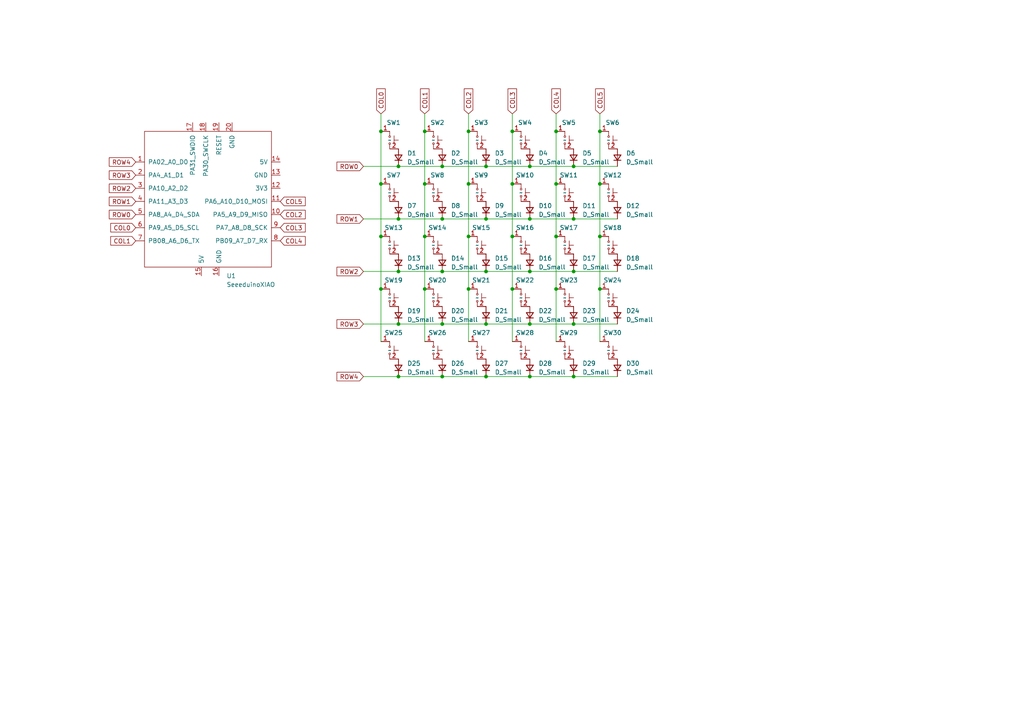
<source format=kicad_sch>
(kicad_sch (version 20230121) (generator eeschema)

  (uuid 51f4cc8c-7178-4fcc-82af-929569832e6d)

  (paper "A4")

  (lib_symbols
    (symbol "Device:D_Small" (pin_numbers hide) (pin_names (offset 0.254) hide) (in_bom yes) (on_board yes)
      (property "Reference" "D" (at -1.27 2.032 0)
        (effects (font (size 1.27 1.27)) (justify left))
      )
      (property "Value" "D_Small" (at -3.81 -2.032 0)
        (effects (font (size 1.27 1.27)) (justify left))
      )
      (property "Footprint" "" (at 0 0 90)
        (effects (font (size 1.27 1.27)) hide)
      )
      (property "Datasheet" "~" (at 0 0 90)
        (effects (font (size 1.27 1.27)) hide)
      )
      (property "Sim.Device" "D" (at 0 0 0)
        (effects (font (size 1.27 1.27)) hide)
      )
      (property "Sim.Pins" "1=K 2=A" (at 0 0 0)
        (effects (font (size 1.27 1.27)) hide)
      )
      (property "ki_keywords" "diode" (at 0 0 0)
        (effects (font (size 1.27 1.27)) hide)
      )
      (property "ki_description" "Diode, small symbol" (at 0 0 0)
        (effects (font (size 1.27 1.27)) hide)
      )
      (property "ki_fp_filters" "TO-???* *_Diode_* *SingleDiode* D_*" (at 0 0 0)
        (effects (font (size 1.27 1.27)) hide)
      )
      (symbol "D_Small_0_1"
        (polyline
          (pts
            (xy -0.762 -1.016)
            (xy -0.762 1.016)
          )
          (stroke (width 0.254) (type default))
          (fill (type none))
        )
        (polyline
          (pts
            (xy -0.762 0)
            (xy 0.762 0)
          )
          (stroke (width 0) (type default))
          (fill (type none))
        )
        (polyline
          (pts
            (xy 0.762 -1.016)
            (xy -0.762 0)
            (xy 0.762 1.016)
            (xy 0.762 -1.016)
          )
          (stroke (width 0.254) (type default))
          (fill (type none))
        )
      )
      (symbol "D_Small_1_1"
        (pin passive line (at -2.54 0 0) (length 1.778)
          (name "K" (effects (font (size 1.27 1.27))))
          (number "1" (effects (font (size 1.27 1.27))))
        )
        (pin passive line (at 2.54 0 180) (length 1.778)
          (name "A" (effects (font (size 1.27 1.27))))
          (number "2" (effects (font (size 1.27 1.27))))
        )
      )
    )
    (symbol "left-handed keypad:Gateron" (in_bom yes) (on_board yes)
      (property "Reference" "SW" (at 0 0 0)
        (effects (font (size 1.27 1.27)))
      )
      (property "Value" "" (at 0 0 0)
        (effects (font (size 1.27 1.27)))
      )
      (property "Footprint" "" (at 0 0 0)
        (effects (font (size 1.27 1.27)) hide)
      )
      (property "Datasheet" "" (at 0 0 0)
        (effects (font (size 1.27 1.27)) hide)
      )
      (symbol "Gateron_0_1"
        (circle (center 0 -1.016) (radius 0.254)
          (stroke (width 0) (type default))
          (fill (type none))
        )
        (polyline
          (pts
            (xy 0 -2.54)
            (xy 0 -1.27)
          )
          (stroke (width 0) (type default))
          (fill (type none))
        )
        (polyline
          (pts
            (xy 0 1.27)
            (xy 0 2.54)
          )
          (stroke (width 0) (type default))
          (fill (type none))
        )
        (polyline
          (pts
            (xy 1.27 0)
            (xy 2.54 0)
          )
          (stroke (width 0) (type default))
          (fill (type none))
        )
        (polyline
          (pts
            (xy 1.27 1.27)
            (xy 1.27 -1.27)
          )
          (stroke (width 0) (type default))
          (fill (type none))
        )
        (circle (center 0 1.016) (radius 0.254)
          (stroke (width 0) (type default))
          (fill (type none))
        )
      )
      (symbol "Gateron_1_1"
        (pin passive line (at -2.54 2.54 0) (length 2.54)
          (name "" (effects (font (size 1.27 1.27))))
          (number "1" (effects (font (size 1.27 1.27))))
        )
        (pin passive line (at 2.54 -2.54 180) (length 2.54)
          (name "" (effects (font (size 1.27 1.27))))
          (number "2" (effects (font (size 1.27 1.27))))
        )
      )
    )
    (symbol "left-handed keypad:SeeeduinoXIAO" (pin_names (offset 1.016)) (in_bom yes) (on_board yes)
      (property "Reference" "U" (at -19.05 22.86 0)
        (effects (font (size 1.27 1.27)))
      )
      (property "Value" "SeeeduinoXIAO" (at -12.7 21.59 0)
        (effects (font (size 1.27 1.27)))
      )
      (property "Footprint" "" (at -8.89 5.08 0)
        (effects (font (size 1.27 1.27)) hide)
      )
      (property "Datasheet" "" (at -8.89 5.08 0)
        (effects (font (size 1.27 1.27)) hide)
      )
      (symbol "SeeeduinoXIAO_0_1"
        (rectangle (start -19.05 20.32) (end 17.78 -19.05)
          (stroke (width 0) (type solid))
          (fill (type none))
        )
      )
      (symbol "SeeeduinoXIAO_1_1"
        (pin unspecified line (at -21.59 11.43 0) (length 2.54)
          (name "PA02_A0_D0" (effects (font (size 1.27 1.27))))
          (number "1" (effects (font (size 1.27 1.27))))
        )
        (pin unspecified line (at 20.32 -3.81 180) (length 2.54)
          (name "PA5_A9_D9_MISO" (effects (font (size 1.27 1.27))))
          (number "10" (effects (font (size 1.27 1.27))))
        )
        (pin unspecified line (at 20.32 0 180) (length 2.54)
          (name "PA6_A10_D10_MOSI" (effects (font (size 1.27 1.27))))
          (number "11" (effects (font (size 1.27 1.27))))
        )
        (pin unspecified line (at 20.32 3.81 180) (length 2.54)
          (name "3V3" (effects (font (size 1.27 1.27))))
          (number "12" (effects (font (size 1.27 1.27))))
        )
        (pin unspecified line (at 20.32 7.62 180) (length 2.54)
          (name "GND" (effects (font (size 1.27 1.27))))
          (number "13" (effects (font (size 1.27 1.27))))
        )
        (pin unspecified line (at 20.32 11.43 180) (length 2.54)
          (name "5V" (effects (font (size 1.27 1.27))))
          (number "14" (effects (font (size 1.27 1.27))))
        )
        (pin input line (at -2.54 -21.59 90) (length 2.54)
          (name "5V" (effects (font (size 1.27 1.27))))
          (number "15" (effects (font (size 1.27 1.27))))
        )
        (pin input line (at 2.54 -21.59 90) (length 2.54)
          (name "GND" (effects (font (size 1.27 1.27))))
          (number "16" (effects (font (size 1.27 1.27))))
        )
        (pin input line (at -5.08 22.86 270) (length 2.54)
          (name "PA31_SWDIO" (effects (font (size 1.27 1.27))))
          (number "17" (effects (font (size 1.27 1.27))))
        )
        (pin input line (at -1.27 22.86 270) (length 2.54)
          (name "PA30_SWCLK" (effects (font (size 1.27 1.27))))
          (number "18" (effects (font (size 1.27 1.27))))
        )
        (pin input line (at 2.54 22.86 270) (length 2.54)
          (name "RESET" (effects (font (size 1.27 1.27))))
          (number "19" (effects (font (size 1.27 1.27))))
        )
        (pin unspecified line (at -21.59 7.62 0) (length 2.54)
          (name "PA4_A1_D1" (effects (font (size 1.27 1.27))))
          (number "2" (effects (font (size 1.27 1.27))))
        )
        (pin input line (at 6.35 22.86 270) (length 2.54)
          (name "GND" (effects (font (size 1.27 1.27))))
          (number "20" (effects (font (size 1.27 1.27))))
        )
        (pin unspecified line (at -21.59 3.81 0) (length 2.54)
          (name "PA10_A2_D2" (effects (font (size 1.27 1.27))))
          (number "3" (effects (font (size 1.27 1.27))))
        )
        (pin unspecified line (at -21.59 0 0) (length 2.54)
          (name "PA11_A3_D3" (effects (font (size 1.27 1.27))))
          (number "4" (effects (font (size 1.27 1.27))))
        )
        (pin unspecified line (at -21.59 -3.81 0) (length 2.54)
          (name "PA8_A4_D4_SDA" (effects (font (size 1.27 1.27))))
          (number "5" (effects (font (size 1.27 1.27))))
        )
        (pin unspecified line (at -21.59 -7.62 0) (length 2.54)
          (name "PA9_A5_D5_SCL" (effects (font (size 1.27 1.27))))
          (number "6" (effects (font (size 1.27 1.27))))
        )
        (pin unspecified line (at -21.59 -11.43 0) (length 2.54)
          (name "PB08_A6_D6_TX" (effects (font (size 1.27 1.27))))
          (number "7" (effects (font (size 1.27 1.27))))
        )
        (pin unspecified line (at 20.32 -11.43 180) (length 2.54)
          (name "PB09_A7_D7_RX" (effects (font (size 1.27 1.27))))
          (number "8" (effects (font (size 1.27 1.27))))
        )
        (pin unspecified line (at 20.32 -7.62 180) (length 2.54)
          (name "PA7_A8_D8_SCK" (effects (font (size 1.27 1.27))))
          (number "9" (effects (font (size 1.27 1.27))))
        )
      )
    )
  )

  (junction (at 110.49 38.1) (diameter 0) (color 0 0 0 0)
    (uuid 0f935d6e-138b-4708-aa25-5ba2f7056d97)
  )
  (junction (at 166.37 109.22) (diameter 0) (color 0 0 0 0)
    (uuid 111cb16f-71d3-4370-9b4a-f90baf922815)
  )
  (junction (at 166.37 63.5) (diameter 0) (color 0 0 0 0)
    (uuid 1a200760-891d-46f6-9050-2982c72006cd)
  )
  (junction (at 115.57 93.98) (diameter 0) (color 0 0 0 0)
    (uuid 1b692282-7935-4567-acf3-a3cece0213b8)
  )
  (junction (at 128.27 109.22) (diameter 0) (color 0 0 0 0)
    (uuid 1fee09dc-8792-4a78-8f0b-8654e3026fe0)
  )
  (junction (at 173.99 53.34) (diameter 0) (color 0 0 0 0)
    (uuid 2360b421-b23d-4b5f-a3ae-f9ae4f81aa3a)
  )
  (junction (at 123.19 83.82) (diameter 0) (color 0 0 0 0)
    (uuid 2d191f98-c32e-48ff-a7eb-d34be606cef9)
  )
  (junction (at 110.49 68.58) (diameter 0) (color 0 0 0 0)
    (uuid 37ad9276-f425-4f38-8aee-5570d38461fb)
  )
  (junction (at 115.57 48.26) (diameter 0) (color 0 0 0 0)
    (uuid 4fbddf66-ff81-497d-b39f-362e53bda94c)
  )
  (junction (at 153.67 48.26) (diameter 0) (color 0 0 0 0)
    (uuid 5c0931b2-645b-4696-842d-1ebcb1108397)
  )
  (junction (at 140.97 48.26) (diameter 0) (color 0 0 0 0)
    (uuid 6329294e-ce5f-41bd-94ef-d063fe8fbe58)
  )
  (junction (at 128.27 63.5) (diameter 0) (color 0 0 0 0)
    (uuid 6593b4eb-640d-4a0d-bf6f-e6de04782c8d)
  )
  (junction (at 115.57 78.74) (diameter 0) (color 0 0 0 0)
    (uuid 65a31418-e52c-4187-adf5-6721c9fc3d64)
  )
  (junction (at 123.19 68.58) (diameter 0) (color 0 0 0 0)
    (uuid 6a534029-6809-4304-96d7-eef7736239ad)
  )
  (junction (at 173.99 83.82) (diameter 0) (color 0 0 0 0)
    (uuid 71a12aad-87fd-4582-bfaa-17f9c22ea222)
  )
  (junction (at 140.97 63.5) (diameter 0) (color 0 0 0 0)
    (uuid 72d208d7-f0b5-442c-8383-c51377d5fbb2)
  )
  (junction (at 148.59 83.82) (diameter 0) (color 0 0 0 0)
    (uuid 78005e4e-a4b9-464e-a02b-3feb15320010)
  )
  (junction (at 140.97 109.22) (diameter 0) (color 0 0 0 0)
    (uuid 78dc62fa-b6fa-449c-9165-01fec85d6d40)
  )
  (junction (at 135.89 38.1) (diameter 0) (color 0 0 0 0)
    (uuid 7a387f8d-664e-4148-ac3f-cd6cbcae6705)
  )
  (junction (at 148.59 68.58) (diameter 0) (color 0 0 0 0)
    (uuid 7b373607-ceb4-4e28-87d9-c91a814e3b14)
  )
  (junction (at 110.49 53.34) (diameter 0) (color 0 0 0 0)
    (uuid 7ca77653-1335-426f-b9b7-86a82e85b4b3)
  )
  (junction (at 166.37 93.98) (diameter 0) (color 0 0 0 0)
    (uuid 8ac3cf06-bc9d-43e4-849b-87ef942e3962)
  )
  (junction (at 135.89 53.34) (diameter 0) (color 0 0 0 0)
    (uuid 9544cbdb-a5d2-43ed-9b98-a5c3a320c6c0)
  )
  (junction (at 128.27 48.26) (diameter 0) (color 0 0 0 0)
    (uuid a34b5832-498d-4ea6-9ce8-5c64e6c38f40)
  )
  (junction (at 140.97 93.98) (diameter 0) (color 0 0 0 0)
    (uuid ac41032e-0f9f-4847-983b-80375d542bb5)
  )
  (junction (at 140.97 78.74) (diameter 0) (color 0 0 0 0)
    (uuid ad5fa0c0-88d9-4fff-b45b-cca4da0564af)
  )
  (junction (at 123.19 38.1) (diameter 0) (color 0 0 0 0)
    (uuid ae2a55b8-60f6-4694-bdc5-93d1563fb619)
  )
  (junction (at 173.99 68.58) (diameter 0) (color 0 0 0 0)
    (uuid afcb08a2-dc5a-4e30-a5d9-22defaa9a71c)
  )
  (junction (at 148.59 53.34) (diameter 0) (color 0 0 0 0)
    (uuid b47410d0-eeee-452b-af9c-9211444735a1)
  )
  (junction (at 128.27 93.98) (diameter 0) (color 0 0 0 0)
    (uuid bfe4c764-cab4-44d8-b026-3375339fbc10)
  )
  (junction (at 110.49 83.82) (diameter 0) (color 0 0 0 0)
    (uuid c5c464f8-d8c2-4cbc-9195-b28fd385641d)
  )
  (junction (at 153.67 63.5) (diameter 0) (color 0 0 0 0)
    (uuid c678bd51-3525-4c9d-938a-c86af8f3dd7b)
  )
  (junction (at 173.99 38.1) (diameter 0) (color 0 0 0 0)
    (uuid c848f39a-5ae7-4b05-98ef-72886251357d)
  )
  (junction (at 161.29 38.1) (diameter 0) (color 0 0 0 0)
    (uuid ceb100ea-3e8f-47d9-b436-831f275313f7)
  )
  (junction (at 115.57 109.22) (diameter 0) (color 0 0 0 0)
    (uuid d4504265-c0d9-4b82-81e1-f8a57640b174)
  )
  (junction (at 153.67 78.74) (diameter 0) (color 0 0 0 0)
    (uuid dc1ef32b-2ee9-4261-ba4d-e93836e182bb)
  )
  (junction (at 153.67 93.98) (diameter 0) (color 0 0 0 0)
    (uuid df766034-5bec-467e-93ba-4bdc104a66b8)
  )
  (junction (at 123.19 53.34) (diameter 0) (color 0 0 0 0)
    (uuid e06bb628-76ed-4f58-ae7a-1f839a3b9bb6)
  )
  (junction (at 128.27 78.74) (diameter 0) (color 0 0 0 0)
    (uuid e0eb11a9-dfa1-424b-b6c3-2c60b9a7fc86)
  )
  (junction (at 166.37 48.26) (diameter 0) (color 0 0 0 0)
    (uuid e164668c-f273-45b4-a307-1401672d20a3)
  )
  (junction (at 161.29 83.82) (diameter 0) (color 0 0 0 0)
    (uuid e22e3348-4e80-49ae-99e8-746ee36f008d)
  )
  (junction (at 148.59 38.1) (diameter 0) (color 0 0 0 0)
    (uuid e6047e1f-88eb-4109-a2d2-df1092d59c8e)
  )
  (junction (at 166.37 78.74) (diameter 0) (color 0 0 0 0)
    (uuid e7949dc7-90be-48c0-819c-979f6132cbfb)
  )
  (junction (at 161.29 53.34) (diameter 0) (color 0 0 0 0)
    (uuid ec8db43b-5f2b-46e1-ba12-a4631750a554)
  )
  (junction (at 135.89 83.82) (diameter 0) (color 0 0 0 0)
    (uuid efc2ebb1-1019-4501-8c86-312af57e6b0b)
  )
  (junction (at 153.67 109.22) (diameter 0) (color 0 0 0 0)
    (uuid f5a81471-fb5a-4bb7-b34e-880e87a617ae)
  )
  (junction (at 115.57 63.5) (diameter 0) (color 0 0 0 0)
    (uuid f5d6102a-6a7f-4fde-b782-e6dc3e639f3e)
  )
  (junction (at 161.29 68.58) (diameter 0) (color 0 0 0 0)
    (uuid fb14d66f-232a-472b-86fd-74c3e37553bc)
  )
  (junction (at 135.89 68.58) (diameter 0) (color 0 0 0 0)
    (uuid fd496181-4b99-44c1-ae9c-d37543a0af48)
  )

  (wire (pts (xy 110.49 38.1) (xy 110.49 53.34))
    (stroke (width 0) (type default))
    (uuid 023be902-7ec3-4546-ba52-bdef3a358b7d)
  )
  (wire (pts (xy 153.67 109.22) (xy 166.37 109.22))
    (stroke (width 0) (type default))
    (uuid 05340366-c1c1-4282-9195-14c369739056)
  )
  (wire (pts (xy 148.59 83.82) (xy 148.59 99.06))
    (stroke (width 0) (type default))
    (uuid 06ed2100-0b5b-46c8-8627-9d7ab4af7225)
  )
  (wire (pts (xy 148.59 38.1) (xy 148.59 53.34))
    (stroke (width 0) (type default))
    (uuid 0b657388-0c20-47d5-a46b-3aa78ed35337)
  )
  (wire (pts (xy 105.41 48.26) (xy 115.57 48.26))
    (stroke (width 0) (type default))
    (uuid 0dcfe4c5-bffb-4d26-9cbb-2ba3bbdd02dd)
  )
  (wire (pts (xy 110.49 83.82) (xy 110.49 99.06))
    (stroke (width 0) (type default))
    (uuid 13ea180b-6d92-4fc0-a92f-4b3f9faae401)
  )
  (wire (pts (xy 135.89 33.02) (xy 135.89 38.1))
    (stroke (width 0) (type default))
    (uuid 18b14d43-71e2-4d6d-bbc8-d6a8c925f414)
  )
  (wire (pts (xy 153.67 48.26) (xy 166.37 48.26))
    (stroke (width 0) (type default))
    (uuid 22cf6df8-d093-4653-9dde-980d52d17a78)
  )
  (wire (pts (xy 148.59 53.34) (xy 148.59 68.58))
    (stroke (width 0) (type default))
    (uuid 2d26a59e-741f-468a-adfe-e9af73217f07)
  )
  (wire (pts (xy 153.67 78.74) (xy 166.37 78.74))
    (stroke (width 0) (type default))
    (uuid 32486170-2153-4804-a7f0-bc2bbed87d8e)
  )
  (wire (pts (xy 128.27 48.26) (xy 140.97 48.26))
    (stroke (width 0) (type default))
    (uuid 32ecb9fc-1c63-4e9a-a9f8-d215ea5e9c79)
  )
  (wire (pts (xy 115.57 93.98) (xy 128.27 93.98))
    (stroke (width 0) (type default))
    (uuid 3474839d-c238-45ce-aff2-16169ca49b77)
  )
  (wire (pts (xy 128.27 63.5) (xy 140.97 63.5))
    (stroke (width 0) (type default))
    (uuid 3b89bdf8-3837-490e-ab55-17cdf776b16a)
  )
  (wire (pts (xy 153.67 93.98) (xy 166.37 93.98))
    (stroke (width 0) (type default))
    (uuid 3d9d50d7-66b0-4bd3-b16c-d3388102a00b)
  )
  (wire (pts (xy 110.49 53.34) (xy 110.49 68.58))
    (stroke (width 0) (type default))
    (uuid 409ef323-cac5-4649-aeb1-e72ff2e000b5)
  )
  (wire (pts (xy 161.29 53.34) (xy 161.29 68.58))
    (stroke (width 0) (type default))
    (uuid 439122ef-c238-45c0-a289-02d3b5c94cf1)
  )
  (wire (pts (xy 115.57 78.74) (xy 128.27 78.74))
    (stroke (width 0) (type default))
    (uuid 43d13f9c-de2a-4d20-8b40-010a7953f44e)
  )
  (wire (pts (xy 161.29 83.82) (xy 161.29 99.06))
    (stroke (width 0) (type default))
    (uuid 452c99cb-e059-45ae-a6d2-dc47cffc5174)
  )
  (wire (pts (xy 166.37 78.74) (xy 179.07 78.74))
    (stroke (width 0) (type default))
    (uuid 4aee22e9-2b82-4b2c-84e4-9d2a34d55cc2)
  )
  (wire (pts (xy 166.37 48.26) (xy 179.07 48.26))
    (stroke (width 0) (type default))
    (uuid 5118f2db-7a8e-439a-bd24-ad46125b5370)
  )
  (wire (pts (xy 115.57 63.5) (xy 128.27 63.5))
    (stroke (width 0) (type default))
    (uuid 599de980-31c7-43e8-b828-e67279867245)
  )
  (wire (pts (xy 148.59 33.02) (xy 148.59 38.1))
    (stroke (width 0) (type default))
    (uuid 61123475-9e3c-41f4-943c-968d82841af8)
  )
  (wire (pts (xy 173.99 38.1) (xy 173.99 53.34))
    (stroke (width 0) (type default))
    (uuid 616aad7b-6a96-4992-b386-8c164ef737b0)
  )
  (wire (pts (xy 128.27 109.22) (xy 140.97 109.22))
    (stroke (width 0) (type default))
    (uuid 635ba01e-76a8-4582-a447-0d71f9e83daf)
  )
  (wire (pts (xy 110.49 33.02) (xy 110.49 38.1))
    (stroke (width 0) (type default))
    (uuid 6618fe5b-86f2-430f-a834-01089d622d87)
  )
  (wire (pts (xy 128.27 93.98) (xy 140.97 93.98))
    (stroke (width 0) (type default))
    (uuid 75de0f26-0713-4ab7-8c4f-fca052627a3b)
  )
  (wire (pts (xy 140.97 63.5) (xy 153.67 63.5))
    (stroke (width 0) (type default))
    (uuid 822c22d4-653f-424a-a23e-06543a956a88)
  )
  (wire (pts (xy 166.37 93.98) (xy 179.07 93.98))
    (stroke (width 0) (type default))
    (uuid 82e227e4-1849-48c3-a9ba-66be8bfa2a5c)
  )
  (wire (pts (xy 173.99 33.02) (xy 173.99 38.1))
    (stroke (width 0) (type default))
    (uuid 8546471c-5dc1-49b2-bc83-c063eda9a710)
  )
  (wire (pts (xy 123.19 68.58) (xy 123.19 83.82))
    (stroke (width 0) (type default))
    (uuid 858d0063-1070-4ae7-bd1c-32f9ee497205)
  )
  (wire (pts (xy 173.99 68.58) (xy 173.99 83.82))
    (stroke (width 0) (type default))
    (uuid 85e3ac98-8605-4b83-b571-e6b944bb0d3c)
  )
  (wire (pts (xy 123.19 38.1) (xy 123.19 53.34))
    (stroke (width 0) (type default))
    (uuid 8672c2c3-ead5-4b3d-b3bc-bb70dc516f31)
  )
  (wire (pts (xy 140.97 78.74) (xy 153.67 78.74))
    (stroke (width 0) (type default))
    (uuid 8994ae79-8c00-4087-99ff-840f9b104922)
  )
  (wire (pts (xy 148.59 68.58) (xy 148.59 83.82))
    (stroke (width 0) (type default))
    (uuid 8d6f9a4b-9edc-4cf3-83e3-282f93e6a4c2)
  )
  (wire (pts (xy 105.41 63.5) (xy 115.57 63.5))
    (stroke (width 0) (type default))
    (uuid 90683a5a-6c42-4516-b13f-eb94c1192dae)
  )
  (wire (pts (xy 105.41 93.98) (xy 115.57 93.98))
    (stroke (width 0) (type default))
    (uuid 9602d9f3-2b74-4489-8802-a178ea7d23e0)
  )
  (wire (pts (xy 135.89 83.82) (xy 135.89 99.06))
    (stroke (width 0) (type default))
    (uuid 9879fd8e-cbda-4a12-88e7-362704362caa)
  )
  (wire (pts (xy 128.27 78.74) (xy 140.97 78.74))
    (stroke (width 0) (type default))
    (uuid 9dd484a9-c648-4cbd-925d-47f922de5eb7)
  )
  (wire (pts (xy 173.99 53.34) (xy 173.99 68.58))
    (stroke (width 0) (type default))
    (uuid a79e23dd-94bc-4b5a-a617-93a757e69d88)
  )
  (wire (pts (xy 105.41 109.22) (xy 115.57 109.22))
    (stroke (width 0) (type default))
    (uuid b22a58c9-1b4b-4f43-86c6-d6fe3513d444)
  )
  (wire (pts (xy 161.29 68.58) (xy 161.29 83.82))
    (stroke (width 0) (type default))
    (uuid b2e43a15-c3bd-4fe8-a7b0-3bb3ccf529be)
  )
  (wire (pts (xy 140.97 93.98) (xy 153.67 93.98))
    (stroke (width 0) (type default))
    (uuid b3bcbc11-900d-4150-95a3-098d416a6457)
  )
  (wire (pts (xy 153.67 63.5) (xy 166.37 63.5))
    (stroke (width 0) (type default))
    (uuid b50ebaf8-0100-431e-9721-837ec332e26f)
  )
  (wire (pts (xy 166.37 109.22) (xy 179.07 109.22))
    (stroke (width 0) (type default))
    (uuid b56c78a6-9df5-49c0-8ae0-fefc50bdac0a)
  )
  (wire (pts (xy 140.97 109.22) (xy 153.67 109.22))
    (stroke (width 0) (type default))
    (uuid b867c8b1-8ffe-409c-9837-169792d274b8)
  )
  (wire (pts (xy 135.89 68.58) (xy 135.89 83.82))
    (stroke (width 0) (type default))
    (uuid bf9a2c8b-5dfb-4217-8183-07e122c745b4)
  )
  (wire (pts (xy 123.19 83.82) (xy 123.19 99.06))
    (stroke (width 0) (type default))
    (uuid c0cdceae-8cd9-426f-a784-0350c9e95fff)
  )
  (wire (pts (xy 173.99 83.82) (xy 173.99 99.06))
    (stroke (width 0) (type default))
    (uuid c4f64a63-b73f-4a80-8b17-1426659a86d4)
  )
  (wire (pts (xy 115.57 48.26) (xy 128.27 48.26))
    (stroke (width 0) (type default))
    (uuid c59ef23c-404d-4e3b-adaa-1fb09c0a166a)
  )
  (wire (pts (xy 161.29 38.1) (xy 161.29 53.34))
    (stroke (width 0) (type default))
    (uuid d3fc10c5-93ac-4cc9-8668-333a3a9401ee)
  )
  (wire (pts (xy 135.89 38.1) (xy 135.89 53.34))
    (stroke (width 0) (type default))
    (uuid d50eec9c-77da-4c67-80c6-1d0d259079d0)
  )
  (wire (pts (xy 123.19 33.02) (xy 123.19 38.1))
    (stroke (width 0) (type default))
    (uuid d6d3805b-dd49-468f-b39d-4ae138892fcb)
  )
  (wire (pts (xy 161.29 33.02) (xy 161.29 38.1))
    (stroke (width 0) (type default))
    (uuid d8247df7-6e34-4569-af3b-25dc4ff2b5b0)
  )
  (wire (pts (xy 123.19 53.34) (xy 123.19 68.58))
    (stroke (width 0) (type default))
    (uuid d9e55e6c-a400-465f-be3a-491acfac8721)
  )
  (wire (pts (xy 110.49 68.58) (xy 110.49 83.82))
    (stroke (width 0) (type default))
    (uuid df643d42-6a65-45ce-a7a6-772ab767b615)
  )
  (wire (pts (xy 115.57 109.22) (xy 128.27 109.22))
    (stroke (width 0) (type default))
    (uuid dfe75599-728f-41b5-be43-062e6ed6822b)
  )
  (wire (pts (xy 135.89 53.34) (xy 135.89 68.58))
    (stroke (width 0) (type default))
    (uuid e09d02ee-7d80-499f-a987-b1ca8f8ec56a)
  )
  (wire (pts (xy 166.37 63.5) (xy 179.07 63.5))
    (stroke (width 0) (type default))
    (uuid e5af4a45-40b8-4a86-8a50-b327e5ffa175)
  )
  (wire (pts (xy 140.97 48.26) (xy 153.67 48.26))
    (stroke (width 0) (type default))
    (uuid ea029cde-57d0-4cba-941a-860778443f38)
  )
  (wire (pts (xy 105.41 78.74) (xy 115.57 78.74))
    (stroke (width 0) (type default))
    (uuid f313ef0b-35de-4b92-9335-9097c0018d38)
  )

  (global_label "ROW4" (shape input) (at 39.37 46.99 180) (fields_autoplaced)
    (effects (font (size 1.27 1.27)) (justify right))
    (uuid 077a9063-10e2-4702-9b73-e78da1f06776)
    (property "Intersheetrefs" "${INTERSHEET_REFS}" (at 31.1234 46.99 0)
      (effects (font (size 1.27 1.27)) (justify right) hide)
    )
  )
  (global_label "COL1" (shape input) (at 123.19 33.02 90) (fields_autoplaced)
    (effects (font (size 1.27 1.27)) (justify left))
    (uuid 23bacabc-5c89-4ab3-8b3f-d9f5e4ac01eb)
    (property "Intersheetrefs" "${INTERSHEET_REFS}" (at 123.19 25.1967 90)
      (effects (font (size 1.27 1.27)) (justify left) hide)
    )
  )
  (global_label "COL0" (shape input) (at 39.37 66.04 180) (fields_autoplaced)
    (effects (font (size 1.27 1.27)) (justify right))
    (uuid 491814a7-4fff-4096-8f71-01e0646a49d1)
    (property "Intersheetrefs" "${INTERSHEET_REFS}" (at 31.5467 66.04 0)
      (effects (font (size 1.27 1.27)) (justify right) hide)
    )
  )
  (global_label "COL4" (shape input) (at 81.28 69.85 0) (fields_autoplaced)
    (effects (font (size 1.27 1.27)) (justify left))
    (uuid 4fa2eb19-2b05-4044-98a3-724327e2fa8d)
    (property "Intersheetrefs" "${INTERSHEET_REFS}" (at 89.1033 69.85 0)
      (effects (font (size 1.27 1.27)) (justify left) hide)
    )
  )
  (global_label "ROW1" (shape input) (at 39.37 58.42 180) (fields_autoplaced)
    (effects (font (size 1.27 1.27)) (justify right))
    (uuid 5f60a029-6a6f-4daa-b985-8490c58b787f)
    (property "Intersheetrefs" "${INTERSHEET_REFS}" (at 31.1234 58.42 0)
      (effects (font (size 1.27 1.27)) (justify right) hide)
    )
  )
  (global_label "COL3" (shape input) (at 148.59 33.02 90) (fields_autoplaced)
    (effects (font (size 1.27 1.27)) (justify left))
    (uuid 69a66d8a-ccd6-405c-9b62-9ab973b3d3eb)
    (property "Intersheetrefs" "${INTERSHEET_REFS}" (at 148.59 25.1967 90)
      (effects (font (size 1.27 1.27)) (justify left) hide)
    )
  )
  (global_label "COL4" (shape input) (at 161.29 33.02 90) (fields_autoplaced)
    (effects (font (size 1.27 1.27)) (justify left))
    (uuid 6abdfcd6-f5f8-4c36-98bf-079dba02ba46)
    (property "Intersheetrefs" "${INTERSHEET_REFS}" (at 161.29 25.1967 90)
      (effects (font (size 1.27 1.27)) (justify left) hide)
    )
  )
  (global_label "ROW3" (shape input) (at 105.41 93.98 180) (fields_autoplaced)
    (effects (font (size 1.27 1.27)) (justify right))
    (uuid 7324419c-425f-492e-a0fe-d59e5e6dbd21)
    (property "Intersheetrefs" "${INTERSHEET_REFS}" (at 97.1634 93.98 0)
      (effects (font (size 1.27 1.27)) (justify right) hide)
    )
  )
  (global_label "ROW4" (shape input) (at 105.41 109.22 180) (fields_autoplaced)
    (effects (font (size 1.27 1.27)) (justify right))
    (uuid 7e6bf9e7-7569-494f-886c-f719e9d6e450)
    (property "Intersheetrefs" "${INTERSHEET_REFS}" (at 97.1634 109.22 0)
      (effects (font (size 1.27 1.27)) (justify right) hide)
    )
  )
  (global_label "COL0" (shape input) (at 110.49 33.02 90) (fields_autoplaced)
    (effects (font (size 1.27 1.27)) (justify left))
    (uuid 8987ccce-4f60-4535-9a72-6d922c16e79c)
    (property "Intersheetrefs" "${INTERSHEET_REFS}" (at 110.49 25.1967 90)
      (effects (font (size 1.27 1.27)) (justify left) hide)
    )
  )
  (global_label "ROW2" (shape input) (at 105.41 78.74 180) (fields_autoplaced)
    (effects (font (size 1.27 1.27)) (justify right))
    (uuid 93055ee8-6c14-42b2-89d1-36a614efc543)
    (property "Intersheetrefs" "${INTERSHEET_REFS}" (at 97.1634 78.74 0)
      (effects (font (size 1.27 1.27)) (justify right) hide)
    )
  )
  (global_label "ROW0" (shape input) (at 105.41 48.26 180) (fields_autoplaced)
    (effects (font (size 1.27 1.27)) (justify right))
    (uuid 9624c8ad-f2b2-48c8-8bcb-355e5a655712)
    (property "Intersheetrefs" "${INTERSHEET_REFS}" (at 97.1634 48.26 0)
      (effects (font (size 1.27 1.27)) (justify right) hide)
    )
  )
  (global_label "COL5" (shape input) (at 81.28 58.42 0) (fields_autoplaced)
    (effects (font (size 1.27 1.27)) (justify left))
    (uuid 979dc8de-4fe0-4d43-9909-bd3fb39bdc04)
    (property "Intersheetrefs" "${INTERSHEET_REFS}" (at 89.1033 58.42 0)
      (effects (font (size 1.27 1.27)) (justify left) hide)
    )
  )
  (global_label "ROW1" (shape input) (at 105.41 63.5 180) (fields_autoplaced)
    (effects (font (size 1.27 1.27)) (justify right))
    (uuid b8268391-2bab-4b6d-9837-1290e8cf86be)
    (property "Intersheetrefs" "${INTERSHEET_REFS}" (at 97.1634 63.5 0)
      (effects (font (size 1.27 1.27)) (justify right) hide)
    )
  )
  (global_label "COL2" (shape input) (at 135.89 33.02 90) (fields_autoplaced)
    (effects (font (size 1.27 1.27)) (justify left))
    (uuid b8d28ce8-e65e-4775-aa82-c566bfabe312)
    (property "Intersheetrefs" "${INTERSHEET_REFS}" (at 135.89 25.1967 90)
      (effects (font (size 1.27 1.27)) (justify left) hide)
    )
  )
  (global_label "COL5" (shape input) (at 173.99 33.02 90) (fields_autoplaced)
    (effects (font (size 1.27 1.27)) (justify left))
    (uuid bb22fcd0-4f0f-4429-b2a7-29ddc4fd1667)
    (property "Intersheetrefs" "${INTERSHEET_REFS}" (at 173.99 25.1967 90)
      (effects (font (size 1.27 1.27)) (justify left) hide)
    )
  )
  (global_label "COL2" (shape input) (at 81.28 62.23 0) (fields_autoplaced)
    (effects (font (size 1.27 1.27)) (justify left))
    (uuid cecd3dab-b419-4e26-aaf7-28ecd3bc7b4b)
    (property "Intersheetrefs" "${INTERSHEET_REFS}" (at 89.1033 62.23 0)
      (effects (font (size 1.27 1.27)) (justify left) hide)
    )
  )
  (global_label "COL1" (shape input) (at 39.37 69.85 180) (fields_autoplaced)
    (effects (font (size 1.27 1.27)) (justify right))
    (uuid d4c64fd7-3675-425c-a2ff-10e8fc88760b)
    (property "Intersheetrefs" "${INTERSHEET_REFS}" (at 31.5467 69.85 0)
      (effects (font (size 1.27 1.27)) (justify right) hide)
    )
  )
  (global_label "ROW0" (shape input) (at 39.37 62.23 180) (fields_autoplaced)
    (effects (font (size 1.27 1.27)) (justify right))
    (uuid ebce6009-b46c-4d4d-a5ac-437e144447be)
    (property "Intersheetrefs" "${INTERSHEET_REFS}" (at 31.1234 62.23 0)
      (effects (font (size 1.27 1.27)) (justify right) hide)
    )
  )
  (global_label "ROW3" (shape input) (at 39.37 50.8 180) (fields_autoplaced)
    (effects (font (size 1.27 1.27)) (justify right))
    (uuid f207bf65-3f70-40f1-8ac4-897742fe4ba8)
    (property "Intersheetrefs" "${INTERSHEET_REFS}" (at 31.1234 50.8 0)
      (effects (font (size 1.27 1.27)) (justify right) hide)
    )
  )
  (global_label "ROW2" (shape input) (at 39.37 54.61 180) (fields_autoplaced)
    (effects (font (size 1.27 1.27)) (justify right))
    (uuid fd791c24-dc0a-4629-9684-7d355dd2d64f)
    (property "Intersheetrefs" "${INTERSHEET_REFS}" (at 31.1234 54.61 0)
      (effects (font (size 1.27 1.27)) (justify right) hide)
    )
  )
  (global_label "COL3" (shape input) (at 81.28 66.04 0) (fields_autoplaced)
    (effects (font (size 1.27 1.27)) (justify left))
    (uuid ffad6b28-0066-4b80-9f79-c8aba06b7bf7)
    (property "Intersheetrefs" "${INTERSHEET_REFS}" (at 89.1033 66.04 0)
      (effects (font (size 1.27 1.27)) (justify left) hide)
    )
  )

  (symbol (lib_id "Device:D_Small") (at 128.27 60.96 90) (unit 1)
    (in_bom yes) (on_board yes) (dnp no) (fields_autoplaced)
    (uuid 0b130e39-d926-48c1-b4cc-e08a75f9de3b)
    (property "Reference" "D8" (at 130.81 59.69 90)
      (effects (font (size 1.27 1.27)) (justify right))
    )
    (property "Value" "D_Small" (at 130.81 62.23 90)
      (effects (font (size 1.27 1.27)) (justify right))
    )
    (property "Footprint" "Diode_SMD:D_SOD-123" (at 128.27 60.96 90)
      (effects (font (size 1.27 1.27)) hide)
    )
    (property "Datasheet" "~" (at 128.27 60.96 90)
      (effects (font (size 1.27 1.27)) hide)
    )
    (property "Sim.Device" "D" (at 128.27 60.96 0)
      (effects (font (size 1.27 1.27)) hide)
    )
    (property "Sim.Pins" "1=K 2=A" (at 128.27 60.96 0)
      (effects (font (size 1.27 1.27)) hide)
    )
    (pin "1" (uuid d2b7808d-cdf0-4316-912c-ca38fae98db6))
    (pin "2" (uuid ef6d28c0-72ae-48e4-9514-9655de067632))
    (instances
      (project "left-handed keypad"
        (path "/51f4cc8c-7178-4fcc-82af-929569832e6d"
          (reference "D8") (unit 1)
        )
      )
    )
  )

  (symbol (lib_id "Device:D_Small") (at 153.67 76.2 90) (unit 1)
    (in_bom yes) (on_board yes) (dnp no) (fields_autoplaced)
    (uuid 0bb13648-e7b7-48f1-8662-0369766bb709)
    (property "Reference" "D16" (at 156.21 74.93 90)
      (effects (font (size 1.27 1.27)) (justify right))
    )
    (property "Value" "D_Small" (at 156.21 77.47 90)
      (effects (font (size 1.27 1.27)) (justify right))
    )
    (property "Footprint" "Diode_SMD:D_SOD-123" (at 153.67 76.2 90)
      (effects (font (size 1.27 1.27)) hide)
    )
    (property "Datasheet" "~" (at 153.67 76.2 90)
      (effects (font (size 1.27 1.27)) hide)
    )
    (property "Sim.Device" "D" (at 153.67 76.2 0)
      (effects (font (size 1.27 1.27)) hide)
    )
    (property "Sim.Pins" "1=K 2=A" (at 153.67 76.2 0)
      (effects (font (size 1.27 1.27)) hide)
    )
    (pin "1" (uuid d5feb50f-27d5-4279-94a3-e9dffab06e95))
    (pin "2" (uuid dc4a4abd-1f67-4d73-9001-70c52d3e71a9))
    (instances
      (project "left-handed keypad"
        (path "/51f4cc8c-7178-4fcc-82af-929569832e6d"
          (reference "D16") (unit 1)
        )
      )
    )
  )

  (symbol (lib_id "left-handed keypad:Gateron") (at 163.83 71.12 0) (unit 1)
    (in_bom yes) (on_board yes) (dnp no) (fields_autoplaced)
    (uuid 0c0c332b-3856-422b-84c3-b03fdf567f0c)
    (property "Reference" "SW17" (at 164.973 66.04 0)
      (effects (font (size 1.27 1.27)))
    )
    (property "Value" "~" (at 163.83 71.12 0)
      (effects (font (size 1.27 1.27)))
    )
    (property "Footprint" "left-handed keypad:Gateron" (at 163.83 71.12 0)
      (effects (font (size 1.27 1.27)) hide)
    )
    (property "Datasheet" "" (at 163.83 71.12 0)
      (effects (font (size 1.27 1.27)) hide)
    )
    (pin "1" (uuid 56249ec3-68b4-4775-b4df-eab791a87eab))
    (pin "2" (uuid e8d54abb-bcce-4e6c-b5cf-489f51111381))
    (instances
      (project "left-handed keypad"
        (path "/51f4cc8c-7178-4fcc-82af-929569832e6d"
          (reference "SW17") (unit 1)
        )
      )
    )
  )

  (symbol (lib_id "left-handed keypad:Gateron") (at 125.73 101.6 0) (unit 1)
    (in_bom yes) (on_board yes) (dnp no) (fields_autoplaced)
    (uuid 0d6e3330-da18-43b8-a699-b38c88d4b7a3)
    (property "Reference" "SW26" (at 126.873 96.52 0)
      (effects (font (size 1.27 1.27)))
    )
    (property "Value" "~" (at 125.73 101.6 0)
      (effects (font (size 1.27 1.27)))
    )
    (property "Footprint" "left-handed keypad:Gateron" (at 125.73 101.6 0)
      (effects (font (size 1.27 1.27)) hide)
    )
    (property "Datasheet" "" (at 125.73 101.6 0)
      (effects (font (size 1.27 1.27)) hide)
    )
    (pin "1" (uuid a880a715-f507-4230-91b5-1a080311a608))
    (pin "2" (uuid 78c1f01d-0e33-4820-96c6-1341b8d6cf99))
    (instances
      (project "left-handed keypad"
        (path "/51f4cc8c-7178-4fcc-82af-929569832e6d"
          (reference "SW26") (unit 1)
        )
      )
    )
  )

  (symbol (lib_id "Device:D_Small") (at 166.37 91.44 90) (unit 1)
    (in_bom yes) (on_board yes) (dnp no) (fields_autoplaced)
    (uuid 1450c5af-da87-49e5-ac9e-cebbc9d015ed)
    (property "Reference" "D23" (at 168.91 90.17 90)
      (effects (font (size 1.27 1.27)) (justify right))
    )
    (property "Value" "D_Small" (at 168.91 92.71 90)
      (effects (font (size 1.27 1.27)) (justify right))
    )
    (property "Footprint" "Diode_SMD:D_SOD-123" (at 166.37 91.44 90)
      (effects (font (size 1.27 1.27)) hide)
    )
    (property "Datasheet" "~" (at 166.37 91.44 90)
      (effects (font (size 1.27 1.27)) hide)
    )
    (property "Sim.Device" "D" (at 166.37 91.44 0)
      (effects (font (size 1.27 1.27)) hide)
    )
    (property "Sim.Pins" "1=K 2=A" (at 166.37 91.44 0)
      (effects (font (size 1.27 1.27)) hide)
    )
    (pin "1" (uuid bcb1c023-4571-4971-9578-ad430c3d58d0))
    (pin "2" (uuid af3ec570-42ba-4d15-b553-6db9333574dc))
    (instances
      (project "left-handed keypad"
        (path "/51f4cc8c-7178-4fcc-82af-929569832e6d"
          (reference "D23") (unit 1)
        )
      )
    )
  )

  (symbol (lib_id "Device:D_Small") (at 140.97 45.72 90) (unit 1)
    (in_bom yes) (on_board yes) (dnp no) (fields_autoplaced)
    (uuid 18ccd8a4-c6b8-4bb9-bf13-f2548ee0f2db)
    (property "Reference" "D3" (at 143.51 44.45 90)
      (effects (font (size 1.27 1.27)) (justify right))
    )
    (property "Value" "D_Small" (at 143.51 46.99 90)
      (effects (font (size 1.27 1.27)) (justify right))
    )
    (property "Footprint" "Diode_SMD:D_SOD-123" (at 140.97 45.72 90)
      (effects (font (size 1.27 1.27)) hide)
    )
    (property "Datasheet" "~" (at 140.97 45.72 90)
      (effects (font (size 1.27 1.27)) hide)
    )
    (property "Sim.Device" "D" (at 140.97 45.72 0)
      (effects (font (size 1.27 1.27)) hide)
    )
    (property "Sim.Pins" "1=K 2=A" (at 140.97 45.72 0)
      (effects (font (size 1.27 1.27)) hide)
    )
    (pin "1" (uuid 1ee6494f-e9d5-404e-a6ec-f7ba3fda1474))
    (pin "2" (uuid 6665094a-f966-480c-a08e-e67fa6d3aed4))
    (instances
      (project "left-handed keypad"
        (path "/51f4cc8c-7178-4fcc-82af-929569832e6d"
          (reference "D3") (unit 1)
        )
      )
    )
  )

  (symbol (lib_id "Device:D_Small") (at 140.97 60.96 90) (unit 1)
    (in_bom yes) (on_board yes) (dnp no) (fields_autoplaced)
    (uuid 1c87b315-5bce-4097-8f3a-f0ac83281be0)
    (property "Reference" "D9" (at 143.51 59.69 90)
      (effects (font (size 1.27 1.27)) (justify right))
    )
    (property "Value" "D_Small" (at 143.51 62.23 90)
      (effects (font (size 1.27 1.27)) (justify right))
    )
    (property "Footprint" "Diode_SMD:D_SOD-123" (at 140.97 60.96 90)
      (effects (font (size 1.27 1.27)) hide)
    )
    (property "Datasheet" "~" (at 140.97 60.96 90)
      (effects (font (size 1.27 1.27)) hide)
    )
    (property "Sim.Device" "D" (at 140.97 60.96 0)
      (effects (font (size 1.27 1.27)) hide)
    )
    (property "Sim.Pins" "1=K 2=A" (at 140.97 60.96 0)
      (effects (font (size 1.27 1.27)) hide)
    )
    (pin "1" (uuid a99683b0-653c-4e59-8a15-15a9e56b9d2f))
    (pin "2" (uuid 67d3350b-27a7-460f-892d-fb26f16e3589))
    (instances
      (project "left-handed keypad"
        (path "/51f4cc8c-7178-4fcc-82af-929569832e6d"
          (reference "D9") (unit 1)
        )
      )
    )
  )

  (symbol (lib_id "Device:D_Small") (at 115.57 91.44 90) (unit 1)
    (in_bom yes) (on_board yes) (dnp no) (fields_autoplaced)
    (uuid 21a67e1b-ffa8-4cdc-89d7-665dad463014)
    (property "Reference" "D19" (at 118.11 90.17 90)
      (effects (font (size 1.27 1.27)) (justify right))
    )
    (property "Value" "D_Small" (at 118.11 92.71 90)
      (effects (font (size 1.27 1.27)) (justify right))
    )
    (property "Footprint" "Diode_SMD:D_SOD-123" (at 115.57 91.44 90)
      (effects (font (size 1.27 1.27)) hide)
    )
    (property "Datasheet" "~" (at 115.57 91.44 90)
      (effects (font (size 1.27 1.27)) hide)
    )
    (property "Sim.Device" "D" (at 115.57 91.44 0)
      (effects (font (size 1.27 1.27)) hide)
    )
    (property "Sim.Pins" "1=K 2=A" (at 115.57 91.44 0)
      (effects (font (size 1.27 1.27)) hide)
    )
    (pin "1" (uuid 1426f216-651d-4d36-928a-0eecaa2ae222))
    (pin "2" (uuid 7259f60e-28db-486b-a6b0-1337cbb6184f))
    (instances
      (project "left-handed keypad"
        (path "/51f4cc8c-7178-4fcc-82af-929569832e6d"
          (reference "D19") (unit 1)
        )
      )
    )
  )

  (symbol (lib_id "Device:D_Small") (at 140.97 76.2 90) (unit 1)
    (in_bom yes) (on_board yes) (dnp no) (fields_autoplaced)
    (uuid 21f1e5a4-424f-4759-8b56-3f6739b9d4f7)
    (property "Reference" "D15" (at 143.51 74.93 90)
      (effects (font (size 1.27 1.27)) (justify right))
    )
    (property "Value" "D_Small" (at 143.51 77.47 90)
      (effects (font (size 1.27 1.27)) (justify right))
    )
    (property "Footprint" "Diode_SMD:D_SOD-123" (at 140.97 76.2 90)
      (effects (font (size 1.27 1.27)) hide)
    )
    (property "Datasheet" "~" (at 140.97 76.2 90)
      (effects (font (size 1.27 1.27)) hide)
    )
    (property "Sim.Device" "D" (at 140.97 76.2 0)
      (effects (font (size 1.27 1.27)) hide)
    )
    (property "Sim.Pins" "1=K 2=A" (at 140.97 76.2 0)
      (effects (font (size 1.27 1.27)) hide)
    )
    (pin "1" (uuid 31507274-37db-4aa3-a290-73d66c816d70))
    (pin "2" (uuid 45721afb-ead6-424a-8f8c-56e5ff07223e))
    (instances
      (project "left-handed keypad"
        (path "/51f4cc8c-7178-4fcc-82af-929569832e6d"
          (reference "D15") (unit 1)
        )
      )
    )
  )

  (symbol (lib_id "left-handed keypad:Gateron") (at 138.43 71.12 0) (unit 1)
    (in_bom yes) (on_board yes) (dnp no) (fields_autoplaced)
    (uuid 24e6caaa-f993-4e46-a3dd-072decb2cbfe)
    (property "Reference" "SW15" (at 139.573 66.04 0)
      (effects (font (size 1.27 1.27)))
    )
    (property "Value" "~" (at 138.43 71.12 0)
      (effects (font (size 1.27 1.27)))
    )
    (property "Footprint" "left-handed keypad:Gateron" (at 138.43 71.12 0)
      (effects (font (size 1.27 1.27)) hide)
    )
    (property "Datasheet" "" (at 138.43 71.12 0)
      (effects (font (size 1.27 1.27)) hide)
    )
    (pin "2" (uuid abd3052c-c09b-4eb8-898c-062283f1b236))
    (pin "1" (uuid 72dc2532-4a00-44b7-92c3-c8d1ad0bc5fc))
    (instances
      (project "left-handed keypad"
        (path "/51f4cc8c-7178-4fcc-82af-929569832e6d"
          (reference "SW15") (unit 1)
        )
      )
    )
  )

  (symbol (lib_id "left-handed keypad:SeeeduinoXIAO") (at 60.96 58.42 0) (unit 1)
    (in_bom yes) (on_board yes) (dnp no) (fields_autoplaced)
    (uuid 254be4d2-fac3-4e01-a6c0-875e385b8f92)
    (property "Reference" "U1" (at 65.6941 80.01 0)
      (effects (font (size 1.27 1.27)) (justify left))
    )
    (property "Value" "SeeeduinoXIAO" (at 65.6941 82.55 0)
      (effects (font (size 1.27 1.27)) (justify left))
    )
    (property "Footprint" "left-handed keypad:Seeeduino XIAO-MOUDLE14P-2.54-21X17.8MM" (at 52.07 53.34 0)
      (effects (font (size 1.27 1.27)) hide)
    )
    (property "Datasheet" "" (at 52.07 53.34 0)
      (effects (font (size 1.27 1.27)) hide)
    )
    (pin "4" (uuid 6986fb4b-ccfd-41f2-a85f-a522b8a7f39a))
    (pin "20" (uuid b3595985-a9dd-4173-9267-b1ce54cfb6f4))
    (pin "9" (uuid 2a5d8eba-42c2-4e3f-96c7-b8f9d7dce41a))
    (pin "11" (uuid 414827e1-b91c-40ce-bffc-9bb8f027c0d8))
    (pin "13" (uuid ae672476-75e8-40b6-85da-a748ad6af17b))
    (pin "8" (uuid 11a7a758-7810-4662-8aae-c35d76a9bc4c))
    (pin "5" (uuid f9447895-3f1d-468a-8fbc-c3e874dfc246))
    (pin "2" (uuid cce2c78f-d11c-4827-a220-d69f937bc8b8))
    (pin "18" (uuid 861e007b-b1e3-48f8-80c0-a9ffd2e632d2))
    (pin "10" (uuid 4774fddd-69fb-4084-a20e-75b464784169))
    (pin "15" (uuid ebd086d6-c5f7-4016-b2bd-69f0e8919636))
    (pin "12" (uuid 9ed0bc2a-412d-46ef-8b72-f7f1c837343e))
    (pin "6" (uuid 2b8fff81-691b-497e-b231-efbda07a8e16))
    (pin "3" (uuid d7c420c7-dcf1-47de-aa1a-86e60946d8b1))
    (pin "16" (uuid 77252106-9354-4cb2-91c0-7f6dc601d448))
    (pin "7" (uuid d729d5f2-1331-4b6b-9e67-96b08787f907))
    (pin "19" (uuid 0fc5f11e-f95a-435b-a93e-062087836a5d))
    (pin "17" (uuid f157e96c-d379-4947-a954-ea66af0c3d18))
    (pin "14" (uuid 1126d74a-354b-4ef7-906b-8ed7c7a952d4))
    (pin "1" (uuid 57636068-67ba-4c9d-84a4-45d7b72d2d1c))
    (instances
      (project "left-handed keypad"
        (path "/51f4cc8c-7178-4fcc-82af-929569832e6d"
          (reference "U1") (unit 1)
        )
      )
    )
  )

  (symbol (lib_id "Device:D_Small") (at 179.07 60.96 90) (unit 1)
    (in_bom yes) (on_board yes) (dnp no) (fields_autoplaced)
    (uuid 258c2722-ed9c-4c57-bac2-f4aebe3ffcee)
    (property "Reference" "D12" (at 181.61 59.69 90)
      (effects (font (size 1.27 1.27)) (justify right))
    )
    (property "Value" "D_Small" (at 181.61 62.23 90)
      (effects (font (size 1.27 1.27)) (justify right))
    )
    (property "Footprint" "Diode_SMD:D_SOD-123" (at 179.07 60.96 90)
      (effects (font (size 1.27 1.27)) hide)
    )
    (property "Datasheet" "~" (at 179.07 60.96 90)
      (effects (font (size 1.27 1.27)) hide)
    )
    (property "Sim.Device" "D" (at 179.07 60.96 0)
      (effects (font (size 1.27 1.27)) hide)
    )
    (property "Sim.Pins" "1=K 2=A" (at 179.07 60.96 0)
      (effects (font (size 1.27 1.27)) hide)
    )
    (pin "1" (uuid b75d743a-fa7a-46eb-9040-364a26bff25c))
    (pin "2" (uuid 7fa8de84-57ca-49b1-a938-d721f33064bf))
    (instances
      (project "left-handed keypad"
        (path "/51f4cc8c-7178-4fcc-82af-929569832e6d"
          (reference "D12") (unit 1)
        )
      )
    )
  )

  (symbol (lib_id "left-handed keypad:Gateron") (at 125.73 55.88 0) (unit 1)
    (in_bom yes) (on_board yes) (dnp no) (fields_autoplaced)
    (uuid 2a8e9075-8c5b-401d-ae93-fe6272e933f5)
    (property "Reference" "SW8" (at 126.873 50.8 0)
      (effects (font (size 1.27 1.27)))
    )
    (property "Value" "~" (at 125.73 55.88 0)
      (effects (font (size 1.27 1.27)))
    )
    (property "Footprint" "left-handed keypad:Gateron" (at 125.73 55.88 0)
      (effects (font (size 1.27 1.27)) hide)
    )
    (property "Datasheet" "" (at 125.73 55.88 0)
      (effects (font (size 1.27 1.27)) hide)
    )
    (pin "2" (uuid acdd99b9-60d3-44b5-a14f-d58771bbe75d))
    (pin "1" (uuid 2be91cb6-d9d4-467d-8dbc-0e0265c04141))
    (instances
      (project "left-handed keypad"
        (path "/51f4cc8c-7178-4fcc-82af-929569832e6d"
          (reference "SW8") (unit 1)
        )
      )
    )
  )

  (symbol (lib_id "Device:D_Small") (at 166.37 106.68 90) (unit 1)
    (in_bom yes) (on_board yes) (dnp no) (fields_autoplaced)
    (uuid 303ea9fd-a3ea-45b7-ae59-14346625355b)
    (property "Reference" "D29" (at 168.91 105.41 90)
      (effects (font (size 1.27 1.27)) (justify right))
    )
    (property "Value" "D_Small" (at 168.91 107.95 90)
      (effects (font (size 1.27 1.27)) (justify right))
    )
    (property "Footprint" "Diode_SMD:D_SOD-123" (at 166.37 106.68 90)
      (effects (font (size 1.27 1.27)) hide)
    )
    (property "Datasheet" "~" (at 166.37 106.68 90)
      (effects (font (size 1.27 1.27)) hide)
    )
    (property "Sim.Device" "D" (at 166.37 106.68 0)
      (effects (font (size 1.27 1.27)) hide)
    )
    (property "Sim.Pins" "1=K 2=A" (at 166.37 106.68 0)
      (effects (font (size 1.27 1.27)) hide)
    )
    (pin "1" (uuid 20034c64-b6be-476c-a54d-13fa0448d38b))
    (pin "2" (uuid 9af19602-2465-4784-88d3-504da83a33eb))
    (instances
      (project "left-handed keypad"
        (path "/51f4cc8c-7178-4fcc-82af-929569832e6d"
          (reference "D29") (unit 1)
        )
      )
    )
  )

  (symbol (lib_id "Device:D_Small") (at 115.57 60.96 90) (unit 1)
    (in_bom yes) (on_board yes) (dnp no) (fields_autoplaced)
    (uuid 3c06b6b6-b20e-411a-a8a6-b02eb6efba0f)
    (property "Reference" "D7" (at 118.11 59.69 90)
      (effects (font (size 1.27 1.27)) (justify right))
    )
    (property "Value" "D_Small" (at 118.11 62.23 90)
      (effects (font (size 1.27 1.27)) (justify right))
    )
    (property "Footprint" "Diode_SMD:D_SOD-123" (at 115.57 60.96 90)
      (effects (font (size 1.27 1.27)) hide)
    )
    (property "Datasheet" "~" (at 115.57 60.96 90)
      (effects (font (size 1.27 1.27)) hide)
    )
    (property "Sim.Device" "D" (at 115.57 60.96 0)
      (effects (font (size 1.27 1.27)) hide)
    )
    (property "Sim.Pins" "1=K 2=A" (at 115.57 60.96 0)
      (effects (font (size 1.27 1.27)) hide)
    )
    (pin "1" (uuid 66c3b396-0888-4c2f-8fda-8db3a3212bf2))
    (pin "2" (uuid 485a3bb3-8afe-47c5-90e1-a3c4b19358e8))
    (instances
      (project "left-handed keypad"
        (path "/51f4cc8c-7178-4fcc-82af-929569832e6d"
          (reference "D7") (unit 1)
        )
      )
    )
  )

  (symbol (lib_id "Device:D_Small") (at 115.57 76.2 90) (unit 1)
    (in_bom yes) (on_board yes) (dnp no) (fields_autoplaced)
    (uuid 41599594-c294-499d-9464-7b0ff148d44e)
    (property "Reference" "D13" (at 118.11 74.93 90)
      (effects (font (size 1.27 1.27)) (justify right))
    )
    (property "Value" "D_Small" (at 118.11 77.47 90)
      (effects (font (size 1.27 1.27)) (justify right))
    )
    (property "Footprint" "Diode_SMD:D_SOD-123" (at 115.57 76.2 90)
      (effects (font (size 1.27 1.27)) hide)
    )
    (property "Datasheet" "~" (at 115.57 76.2 90)
      (effects (font (size 1.27 1.27)) hide)
    )
    (property "Sim.Device" "D" (at 115.57 76.2 0)
      (effects (font (size 1.27 1.27)) hide)
    )
    (property "Sim.Pins" "1=K 2=A" (at 115.57 76.2 0)
      (effects (font (size 1.27 1.27)) hide)
    )
    (pin "1" (uuid aa8bf1ed-55fd-4bf2-8bd5-f01ee87af42d))
    (pin "2" (uuid f575e972-895b-4e80-8679-a981049efd7e))
    (instances
      (project "left-handed keypad"
        (path "/51f4cc8c-7178-4fcc-82af-929569832e6d"
          (reference "D13") (unit 1)
        )
      )
    )
  )

  (symbol (lib_id "left-handed keypad:Gateron") (at 138.43 40.64 0) (unit 1)
    (in_bom yes) (on_board yes) (dnp no)
    (uuid 441ccc0d-edbc-496b-9f9a-11b43c8c1db9)
    (property "Reference" "SW3" (at 139.573 35.56 0)
      (effects (font (size 1.27 1.27)))
    )
    (property "Value" "~" (at 138.43 40.64 0)
      (effects (font (size 1.27 1.27)))
    )
    (property "Footprint" "left-handed keypad:Gateron" (at 138.43 40.64 0)
      (effects (font (size 1.27 1.27)) hide)
    )
    (property "Datasheet" "" (at 138.43 40.64 0)
      (effects (font (size 1.27 1.27)) hide)
    )
    (pin "2" (uuid 62d841a3-61c2-458b-8f9f-cce13dbf1c74))
    (pin "1" (uuid d62c0e77-6f85-4505-baaa-4ae4ffa5a583))
    (instances
      (project "left-handed keypad"
        (path "/51f4cc8c-7178-4fcc-82af-929569832e6d"
          (reference "SW3") (unit 1)
        )
      )
    )
  )

  (symbol (lib_id "Device:D_Small") (at 115.57 45.72 90) (unit 1)
    (in_bom yes) (on_board yes) (dnp no) (fields_autoplaced)
    (uuid 46949ded-3a01-4fdc-8185-d8eb52eeb731)
    (property "Reference" "D1" (at 118.11 44.45 90)
      (effects (font (size 1.27 1.27)) (justify right))
    )
    (property "Value" "D_Small" (at 118.11 46.99 90)
      (effects (font (size 1.27 1.27)) (justify right))
    )
    (property "Footprint" "Diode_SMD:D_SOD-123" (at 115.57 45.72 90)
      (effects (font (size 1.27 1.27)) hide)
    )
    (property "Datasheet" "~" (at 115.57 45.72 90)
      (effects (font (size 1.27 1.27)) hide)
    )
    (property "Sim.Device" "D" (at 115.57 45.72 0)
      (effects (font (size 1.27 1.27)) hide)
    )
    (property "Sim.Pins" "1=K 2=A" (at 115.57 45.72 0)
      (effects (font (size 1.27 1.27)) hide)
    )
    (pin "1" (uuid 46123534-c1b0-4445-a6a6-cca980227dcc))
    (pin "2" (uuid 65e1fe41-cafe-43f8-9ce9-78d82a738c7a))
    (instances
      (project "left-handed keypad"
        (path "/51f4cc8c-7178-4fcc-82af-929569832e6d"
          (reference "D1") (unit 1)
        )
      )
    )
  )

  (symbol (lib_id "left-handed keypad:Gateron") (at 113.03 71.12 0) (unit 1)
    (in_bom yes) (on_board yes) (dnp no) (fields_autoplaced)
    (uuid 483c61b8-9422-4c4b-ab5b-8253466f39c5)
    (property "Reference" "SW13" (at 114.173 66.04 0)
      (effects (font (size 1.27 1.27)))
    )
    (property "Value" "~" (at 113.03 71.12 0)
      (effects (font (size 1.27 1.27)))
    )
    (property "Footprint" "left-handed keypad:Gateron_1.5u" (at 113.03 71.12 0)
      (effects (font (size 1.27 1.27)) hide)
    )
    (property "Datasheet" "" (at 113.03 71.12 0)
      (effects (font (size 1.27 1.27)) hide)
    )
    (pin "1" (uuid fc7e429d-d82f-447e-ad84-cf423a50bf4b))
    (pin "2" (uuid 5ba21828-6f1f-4a4d-b0b7-ff969a782997))
    (instances
      (project "left-handed keypad"
        (path "/51f4cc8c-7178-4fcc-82af-929569832e6d"
          (reference "SW13") (unit 1)
        )
      )
    )
  )

  (symbol (lib_id "left-handed keypad:Gateron") (at 138.43 101.6 0) (unit 1)
    (in_bom yes) (on_board yes) (dnp no) (fields_autoplaced)
    (uuid 5074e4ac-a96a-4702-9f36-7f0059185b6a)
    (property "Reference" "SW27" (at 139.573 96.52 0)
      (effects (font (size 1.27 1.27)))
    )
    (property "Value" "~" (at 138.43 101.6 0)
      (effects (font (size 1.27 1.27)))
    )
    (property "Footprint" "left-handed keypad:Gateron" (at 138.43 101.6 0)
      (effects (font (size 1.27 1.27)) hide)
    )
    (property "Datasheet" "" (at 138.43 101.6 0)
      (effects (font (size 1.27 1.27)) hide)
    )
    (pin "2" (uuid 9b78ac3c-ce9d-4164-982b-a9a9a8313440))
    (pin "1" (uuid 8c3ed8d2-b2de-4ce6-a2d0-5d8f7b38370b))
    (instances
      (project "left-handed keypad"
        (path "/51f4cc8c-7178-4fcc-82af-929569832e6d"
          (reference "SW27") (unit 1)
        )
      )
    )
  )

  (symbol (lib_id "left-handed keypad:Gateron") (at 163.83 86.36 0) (unit 1)
    (in_bom yes) (on_board yes) (dnp no) (fields_autoplaced)
    (uuid 5229a224-348b-4f5d-93a8-aeeacfe8baee)
    (property "Reference" "SW23" (at 164.973 81.28 0)
      (effects (font (size 1.27 1.27)))
    )
    (property "Value" "~" (at 163.83 86.36 0)
      (effects (font (size 1.27 1.27)))
    )
    (property "Footprint" "left-handed keypad:Gateron" (at 163.83 86.36 0)
      (effects (font (size 1.27 1.27)) hide)
    )
    (property "Datasheet" "" (at 163.83 86.36 0)
      (effects (font (size 1.27 1.27)) hide)
    )
    (pin "2" (uuid f6c25e68-dd78-47da-9edf-14fd6ea1a862))
    (pin "1" (uuid d2c4b5c5-411d-49bd-924f-9bd9bde15b94))
    (instances
      (project "left-handed keypad"
        (path "/51f4cc8c-7178-4fcc-82af-929569832e6d"
          (reference "SW23") (unit 1)
        )
      )
    )
  )

  (symbol (lib_id "Device:D_Small") (at 166.37 45.72 90) (unit 1)
    (in_bom yes) (on_board yes) (dnp no) (fields_autoplaced)
    (uuid 530d3d50-d4b9-4219-8c92-3bc506cfdb17)
    (property "Reference" "D5" (at 168.91 44.45 90)
      (effects (font (size 1.27 1.27)) (justify right))
    )
    (property "Value" "D_Small" (at 168.91 46.99 90)
      (effects (font (size 1.27 1.27)) (justify right))
    )
    (property "Footprint" "Diode_SMD:D_SOD-123" (at 166.37 45.72 90)
      (effects (font (size 1.27 1.27)) hide)
    )
    (property "Datasheet" "~" (at 166.37 45.72 90)
      (effects (font (size 1.27 1.27)) hide)
    )
    (property "Sim.Device" "D" (at 166.37 45.72 0)
      (effects (font (size 1.27 1.27)) hide)
    )
    (property "Sim.Pins" "1=K 2=A" (at 166.37 45.72 0)
      (effects (font (size 1.27 1.27)) hide)
    )
    (pin "1" (uuid 9979ab75-4c10-420b-b4e8-fd4d9ea0bba6))
    (pin "2" (uuid ee2786bd-d9ab-4c70-8420-08be26345d4d))
    (instances
      (project "left-handed keypad"
        (path "/51f4cc8c-7178-4fcc-82af-929569832e6d"
          (reference "D5") (unit 1)
        )
      )
    )
  )

  (symbol (lib_id "left-handed keypad:Gateron") (at 176.53 71.12 0) (unit 1)
    (in_bom yes) (on_board yes) (dnp no) (fields_autoplaced)
    (uuid 53d786d5-3280-42ca-8cea-0c55be99b045)
    (property "Reference" "SW18" (at 177.673 66.04 0)
      (effects (font (size 1.27 1.27)))
    )
    (property "Value" "~" (at 176.53 71.12 0)
      (effects (font (size 1.27 1.27)))
    )
    (property "Footprint" "left-handed keypad:Gateron" (at 176.53 71.12 0)
      (effects (font (size 1.27 1.27)) hide)
    )
    (property "Datasheet" "" (at 176.53 71.12 0)
      (effects (font (size 1.27 1.27)) hide)
    )
    (pin "2" (uuid 47b1f746-66b8-4f6c-a4bb-f4ab9bf3558f))
    (pin "1" (uuid 06c61c07-f9d8-4c3d-854f-c04024c15c70))
    (instances
      (project "left-handed keypad"
        (path "/51f4cc8c-7178-4fcc-82af-929569832e6d"
          (reference "SW18") (unit 1)
        )
      )
    )
  )

  (symbol (lib_id "Device:D_Small") (at 179.07 106.68 90) (unit 1)
    (in_bom yes) (on_board yes) (dnp no) (fields_autoplaced)
    (uuid 54556976-f0a3-4dba-aee6-5c209a397e73)
    (property "Reference" "D30" (at 181.61 105.41 90)
      (effects (font (size 1.27 1.27)) (justify right))
    )
    (property "Value" "D_Small" (at 181.61 107.95 90)
      (effects (font (size 1.27 1.27)) (justify right))
    )
    (property "Footprint" "Diode_SMD:D_SOD-123" (at 179.07 106.68 90)
      (effects (font (size 1.27 1.27)) hide)
    )
    (property "Datasheet" "~" (at 179.07 106.68 90)
      (effects (font (size 1.27 1.27)) hide)
    )
    (property "Sim.Device" "D" (at 179.07 106.68 0)
      (effects (font (size 1.27 1.27)) hide)
    )
    (property "Sim.Pins" "1=K 2=A" (at 179.07 106.68 0)
      (effects (font (size 1.27 1.27)) hide)
    )
    (pin "1" (uuid c5aacf37-ef0f-48b4-9976-33c9c499888e))
    (pin "2" (uuid b0511c7e-174c-4c5e-9468-97d185364b94))
    (instances
      (project "left-handed keypad"
        (path "/51f4cc8c-7178-4fcc-82af-929569832e6d"
          (reference "D30") (unit 1)
        )
      )
    )
  )

  (symbol (lib_id "left-handed keypad:Gateron") (at 151.13 55.88 0) (unit 1)
    (in_bom yes) (on_board yes) (dnp no) (fields_autoplaced)
    (uuid 55dc108a-0979-4e4f-9ab3-b5490c0c06a5)
    (property "Reference" "SW10" (at 152.273 50.8 0)
      (effects (font (size 1.27 1.27)))
    )
    (property "Value" "~" (at 151.13 55.88 0)
      (effects (font (size 1.27 1.27)))
    )
    (property "Footprint" "left-handed keypad:Gateron" (at 151.13 55.88 0)
      (effects (font (size 1.27 1.27)) hide)
    )
    (property "Datasheet" "" (at 151.13 55.88 0)
      (effects (font (size 1.27 1.27)) hide)
    )
    (pin "2" (uuid 4d3ee1ad-3ae7-4709-8427-d4aebc23773e))
    (pin "1" (uuid 7fde4702-8597-49c8-ad4f-62d0bada7955))
    (instances
      (project "left-handed keypad"
        (path "/51f4cc8c-7178-4fcc-82af-929569832e6d"
          (reference "SW10") (unit 1)
        )
      )
    )
  )

  (symbol (lib_id "Device:D_Small") (at 153.67 106.68 90) (unit 1)
    (in_bom yes) (on_board yes) (dnp no) (fields_autoplaced)
    (uuid 566f2956-809c-48fa-aba0-4e2ceb4b631e)
    (property "Reference" "D28" (at 156.21 105.41 90)
      (effects (font (size 1.27 1.27)) (justify right))
    )
    (property "Value" "D_Small" (at 156.21 107.95 90)
      (effects (font (size 1.27 1.27)) (justify right))
    )
    (property "Footprint" "Diode_SMD:D_SOD-123" (at 153.67 106.68 90)
      (effects (font (size 1.27 1.27)) hide)
    )
    (property "Datasheet" "~" (at 153.67 106.68 90)
      (effects (font (size 1.27 1.27)) hide)
    )
    (property "Sim.Device" "D" (at 153.67 106.68 0)
      (effects (font (size 1.27 1.27)) hide)
    )
    (property "Sim.Pins" "1=K 2=A" (at 153.67 106.68 0)
      (effects (font (size 1.27 1.27)) hide)
    )
    (pin "1" (uuid 446faa5e-6bb6-4edd-ad2c-fd9523400d02))
    (pin "2" (uuid 39fa9883-e4f7-4085-a546-a5dc5c27f254))
    (instances
      (project "left-handed keypad"
        (path "/51f4cc8c-7178-4fcc-82af-929569832e6d"
          (reference "D28") (unit 1)
        )
      )
    )
  )

  (symbol (lib_id "left-handed keypad:Gateron") (at 163.83 40.64 0) (unit 1)
    (in_bom yes) (on_board yes) (dnp no)
    (uuid 5a9fe0e6-91d9-412c-b374-e34952997f78)
    (property "Reference" "SW5" (at 164.973 35.56 0)
      (effects (font (size 1.27 1.27)))
    )
    (property "Value" "~" (at 163.83 40.64 0)
      (effects (font (size 1.27 1.27)))
    )
    (property "Footprint" "left-handed keypad:Gateron" (at 163.83 40.64 0)
      (effects (font (size 1.27 1.27)) hide)
    )
    (property "Datasheet" "" (at 163.83 40.64 0)
      (effects (font (size 1.27 1.27)) hide)
    )
    (pin "1" (uuid b846facd-c960-4e53-8cd7-5483974dedd1))
    (pin "2" (uuid 97cddd5c-ca0f-47b6-9bd1-b0e99777b6a5))
    (instances
      (project "left-handed keypad"
        (path "/51f4cc8c-7178-4fcc-82af-929569832e6d"
          (reference "SW5") (unit 1)
        )
      )
    )
  )

  (symbol (lib_id "Device:D_Small") (at 128.27 76.2 90) (unit 1)
    (in_bom yes) (on_board yes) (dnp no) (fields_autoplaced)
    (uuid 5e7f89fd-6972-452a-98eb-73b8ba344577)
    (property "Reference" "D14" (at 130.81 74.93 90)
      (effects (font (size 1.27 1.27)) (justify right))
    )
    (property "Value" "D_Small" (at 130.81 77.47 90)
      (effects (font (size 1.27 1.27)) (justify right))
    )
    (property "Footprint" "Diode_SMD:D_SOD-123" (at 128.27 76.2 90)
      (effects (font (size 1.27 1.27)) hide)
    )
    (property "Datasheet" "~" (at 128.27 76.2 90)
      (effects (font (size 1.27 1.27)) hide)
    )
    (property "Sim.Device" "D" (at 128.27 76.2 0)
      (effects (font (size 1.27 1.27)) hide)
    )
    (property "Sim.Pins" "1=K 2=A" (at 128.27 76.2 0)
      (effects (font (size 1.27 1.27)) hide)
    )
    (pin "1" (uuid fb07041d-81f9-4605-a272-a7c555e419f7))
    (pin "2" (uuid 17b9ddc8-470a-44d5-89d3-23178bacc71d))
    (instances
      (project "left-handed keypad"
        (path "/51f4cc8c-7178-4fcc-82af-929569832e6d"
          (reference "D14") (unit 1)
        )
      )
    )
  )

  (symbol (lib_id "Device:D_Small") (at 153.67 45.72 90) (unit 1)
    (in_bom yes) (on_board yes) (dnp no) (fields_autoplaced)
    (uuid 5ee89f12-5213-4a19-a477-0d2b5fbe9011)
    (property "Reference" "D4" (at 156.21 44.45 90)
      (effects (font (size 1.27 1.27)) (justify right))
    )
    (property "Value" "D_Small" (at 156.21 46.99 90)
      (effects (font (size 1.27 1.27)) (justify right))
    )
    (property "Footprint" "Diode_SMD:D_SOD-123" (at 153.67 45.72 90)
      (effects (font (size 1.27 1.27)) hide)
    )
    (property "Datasheet" "~" (at 153.67 45.72 90)
      (effects (font (size 1.27 1.27)) hide)
    )
    (property "Sim.Device" "D" (at 153.67 45.72 0)
      (effects (font (size 1.27 1.27)) hide)
    )
    (property "Sim.Pins" "1=K 2=A" (at 153.67 45.72 0)
      (effects (font (size 1.27 1.27)) hide)
    )
    (pin "1" (uuid 0240c2db-9d59-4b7a-bb4b-4a2624881539))
    (pin "2" (uuid a2f788cd-833b-44e7-9ad0-5c5ed400754f))
    (instances
      (project "left-handed keypad"
        (path "/51f4cc8c-7178-4fcc-82af-929569832e6d"
          (reference "D4") (unit 1)
        )
      )
    )
  )

  (symbol (lib_id "Device:D_Small") (at 179.07 76.2 90) (unit 1)
    (in_bom yes) (on_board yes) (dnp no) (fields_autoplaced)
    (uuid 68360c12-dc36-4992-afa3-463d2ff12ce1)
    (property "Reference" "D18" (at 181.61 74.93 90)
      (effects (font (size 1.27 1.27)) (justify right))
    )
    (property "Value" "D_Small" (at 181.61 77.47 90)
      (effects (font (size 1.27 1.27)) (justify right))
    )
    (property "Footprint" "Diode_SMD:D_SOD-123" (at 179.07 76.2 90)
      (effects (font (size 1.27 1.27)) hide)
    )
    (property "Datasheet" "~" (at 179.07 76.2 90)
      (effects (font (size 1.27 1.27)) hide)
    )
    (property "Sim.Device" "D" (at 179.07 76.2 0)
      (effects (font (size 1.27 1.27)) hide)
    )
    (property "Sim.Pins" "1=K 2=A" (at 179.07 76.2 0)
      (effects (font (size 1.27 1.27)) hide)
    )
    (pin "1" (uuid c03c04ed-4ade-4228-843c-2e43cc841f9e))
    (pin "2" (uuid c6aed05b-31ad-4c4b-8b3e-fc7b01d22d9c))
    (instances
      (project "left-handed keypad"
        (path "/51f4cc8c-7178-4fcc-82af-929569832e6d"
          (reference "D18") (unit 1)
        )
      )
    )
  )

  (symbol (lib_id "left-handed keypad:Gateron") (at 113.03 86.36 0) (unit 1)
    (in_bom yes) (on_board yes) (dnp no) (fields_autoplaced)
    (uuid 6be8b5e8-879d-4cf4-ba8c-4f4563ee5618)
    (property "Reference" "SW19" (at 114.173 81.28 0)
      (effects (font (size 1.27 1.27)))
    )
    (property "Value" "~" (at 113.03 86.36 0)
      (effects (font (size 1.27 1.27)))
    )
    (property "Footprint" "left-handed keypad:Gateron_1.5u" (at 113.03 86.36 0)
      (effects (font (size 1.27 1.27)) hide)
    )
    (property "Datasheet" "" (at 113.03 86.36 0)
      (effects (font (size 1.27 1.27)) hide)
    )
    (pin "1" (uuid 13675ddf-0d8e-45cb-8ad7-96edbbfaaeee))
    (pin "2" (uuid 23751eba-5de5-4ff8-a6a1-aa9520ffab39))
    (instances
      (project "left-handed keypad"
        (path "/51f4cc8c-7178-4fcc-82af-929569832e6d"
          (reference "SW19") (unit 1)
        )
      )
    )
  )

  (symbol (lib_id "Device:D_Small") (at 153.67 60.96 90) (unit 1)
    (in_bom yes) (on_board yes) (dnp no) (fields_autoplaced)
    (uuid 6e10dccb-73f1-4b9b-ac76-94e4585a3723)
    (property "Reference" "D10" (at 156.21 59.69 90)
      (effects (font (size 1.27 1.27)) (justify right))
    )
    (property "Value" "D_Small" (at 156.21 62.23 90)
      (effects (font (size 1.27 1.27)) (justify right))
    )
    (property "Footprint" "Diode_SMD:D_SOD-123" (at 153.67 60.96 90)
      (effects (font (size 1.27 1.27)) hide)
    )
    (property "Datasheet" "~" (at 153.67 60.96 90)
      (effects (font (size 1.27 1.27)) hide)
    )
    (property "Sim.Device" "D" (at 153.67 60.96 0)
      (effects (font (size 1.27 1.27)) hide)
    )
    (property "Sim.Pins" "1=K 2=A" (at 153.67 60.96 0)
      (effects (font (size 1.27 1.27)) hide)
    )
    (pin "1" (uuid 701fc96e-dcc0-4292-8aa1-833abae9f536))
    (pin "2" (uuid 5f3b0dc4-9c9b-446a-9dbb-9bc28a8b3e3a))
    (instances
      (project "left-handed keypad"
        (path "/51f4cc8c-7178-4fcc-82af-929569832e6d"
          (reference "D10") (unit 1)
        )
      )
    )
  )

  (symbol (lib_id "left-handed keypad:Gateron") (at 151.13 40.64 0) (unit 1)
    (in_bom yes) (on_board yes) (dnp no)
    (uuid 6f34cefa-85b0-4eb0-805f-76b697a63f5e)
    (property "Reference" "SW4" (at 152.273 35.56 0)
      (effects (font (size 1.27 1.27)))
    )
    (property "Value" "~" (at 151.13 40.64 0)
      (effects (font (size 1.27 1.27)))
    )
    (property "Footprint" "left-handed keypad:Gateron" (at 151.13 40.64 0)
      (effects (font (size 1.27 1.27)) hide)
    )
    (property "Datasheet" "" (at 151.13 40.64 0)
      (effects (font (size 1.27 1.27)) hide)
    )
    (pin "2" (uuid 41eb75e9-72c2-4149-97f0-d2a9a9bc75f7))
    (pin "1" (uuid 18b4672e-d9a4-46ce-88a3-e7da60ab4a3b))
    (instances
      (project "left-handed keypad"
        (path "/51f4cc8c-7178-4fcc-82af-929569832e6d"
          (reference "SW4") (unit 1)
        )
      )
    )
  )

  (symbol (lib_id "left-handed keypad:Gateron") (at 113.03 101.6 0) (unit 1)
    (in_bom yes) (on_board yes) (dnp no) (fields_autoplaced)
    (uuid 6f54f07d-819a-4562-8804-20dae5a3edb0)
    (property "Reference" "SW25" (at 114.173 96.52 0)
      (effects (font (size 1.27 1.27)))
    )
    (property "Value" "~" (at 113.03 101.6 0)
      (effects (font (size 1.27 1.27)))
    )
    (property "Footprint" "left-handed keypad:Gateron_1.25u" (at 113.03 101.6 0)
      (effects (font (size 1.27 1.27)) hide)
    )
    (property "Datasheet" "" (at 113.03 101.6 0)
      (effects (font (size 1.27 1.27)) hide)
    )
    (pin "1" (uuid bf81a546-f650-4941-b4a2-8d824adc8d35))
    (pin "2" (uuid 4f6b9453-0c66-49f8-bb5a-f42d4735bdff))
    (instances
      (project "left-handed keypad"
        (path "/51f4cc8c-7178-4fcc-82af-929569832e6d"
          (reference "SW25") (unit 1)
        )
      )
    )
  )

  (symbol (lib_id "Device:D_Small") (at 140.97 106.68 90) (unit 1)
    (in_bom yes) (on_board yes) (dnp no) (fields_autoplaced)
    (uuid 81854a01-3853-49aa-9204-a616bfccd0d6)
    (property "Reference" "D27" (at 143.51 105.41 90)
      (effects (font (size 1.27 1.27)) (justify right))
    )
    (property "Value" "D_Small" (at 143.51 107.95 90)
      (effects (font (size 1.27 1.27)) (justify right))
    )
    (property "Footprint" "Diode_SMD:D_SOD-123" (at 140.97 106.68 90)
      (effects (font (size 1.27 1.27)) hide)
    )
    (property "Datasheet" "~" (at 140.97 106.68 90)
      (effects (font (size 1.27 1.27)) hide)
    )
    (property "Sim.Device" "D" (at 140.97 106.68 0)
      (effects (font (size 1.27 1.27)) hide)
    )
    (property "Sim.Pins" "1=K 2=A" (at 140.97 106.68 0)
      (effects (font (size 1.27 1.27)) hide)
    )
    (pin "1" (uuid 3b09bceb-5319-4dd5-873b-b6582fb9900b))
    (pin "2" (uuid 8a9ea358-067b-4a2d-895a-bd63b48dc081))
    (instances
      (project "left-handed keypad"
        (path "/51f4cc8c-7178-4fcc-82af-929569832e6d"
          (reference "D27") (unit 1)
        )
      )
    )
  )

  (symbol (lib_id "Device:D_Small") (at 166.37 76.2 90) (unit 1)
    (in_bom yes) (on_board yes) (dnp no) (fields_autoplaced)
    (uuid 84ce9bbf-d36d-46f1-a366-05e8dace2af3)
    (property "Reference" "D17" (at 168.91 74.93 90)
      (effects (font (size 1.27 1.27)) (justify right))
    )
    (property "Value" "D_Small" (at 168.91 77.47 90)
      (effects (font (size 1.27 1.27)) (justify right))
    )
    (property "Footprint" "Diode_SMD:D_SOD-123" (at 166.37 76.2 90)
      (effects (font (size 1.27 1.27)) hide)
    )
    (property "Datasheet" "~" (at 166.37 76.2 90)
      (effects (font (size 1.27 1.27)) hide)
    )
    (property "Sim.Device" "D" (at 166.37 76.2 0)
      (effects (font (size 1.27 1.27)) hide)
    )
    (property "Sim.Pins" "1=K 2=A" (at 166.37 76.2 0)
      (effects (font (size 1.27 1.27)) hide)
    )
    (pin "1" (uuid 64bc93ea-7965-4386-b921-346327cfae14))
    (pin "2" (uuid 944bcce5-5147-4d70-8b9d-ee6203e9d984))
    (instances
      (project "left-handed keypad"
        (path "/51f4cc8c-7178-4fcc-82af-929569832e6d"
          (reference "D17") (unit 1)
        )
      )
    )
  )

  (symbol (lib_id "left-handed keypad:Gateron") (at 176.53 86.36 0) (unit 1)
    (in_bom yes) (on_board yes) (dnp no) (fields_autoplaced)
    (uuid 859f2119-d735-4094-8ef1-316f5b5157d3)
    (property "Reference" "SW24" (at 177.673 81.28 0)
      (effects (font (size 1.27 1.27)))
    )
    (property "Value" "~" (at 176.53 86.36 0)
      (effects (font (size 1.27 1.27)))
    )
    (property "Footprint" "left-handed keypad:Gateron" (at 176.53 86.36 0)
      (effects (font (size 1.27 1.27)) hide)
    )
    (property "Datasheet" "" (at 176.53 86.36 0)
      (effects (font (size 1.27 1.27)) hide)
    )
    (pin "1" (uuid 6c9de083-50ec-4612-9947-3b9af878f271))
    (pin "2" (uuid 50094b83-eb2b-4f79-9cb7-8b5b818cdd11))
    (instances
      (project "left-handed keypad"
        (path "/51f4cc8c-7178-4fcc-82af-929569832e6d"
          (reference "SW24") (unit 1)
        )
      )
    )
  )

  (symbol (lib_id "left-handed keypad:Gateron") (at 151.13 86.36 0) (unit 1)
    (in_bom yes) (on_board yes) (dnp no) (fields_autoplaced)
    (uuid 8be6302a-135a-4f78-9b54-d5d8d1627f74)
    (property "Reference" "SW22" (at 152.273 81.28 0)
      (effects (font (size 1.27 1.27)))
    )
    (property "Value" "~" (at 151.13 86.36 0)
      (effects (font (size 1.27 1.27)))
    )
    (property "Footprint" "left-handed keypad:Gateron" (at 151.13 86.36 0)
      (effects (font (size 1.27 1.27)) hide)
    )
    (property "Datasheet" "" (at 151.13 86.36 0)
      (effects (font (size 1.27 1.27)) hide)
    )
    (pin "2" (uuid 6f5443ff-26e3-4f6f-b890-5a1e106f6b4d))
    (pin "1" (uuid f0c5bda5-129f-4481-a4fd-e4f9e5679de3))
    (instances
      (project "left-handed keypad"
        (path "/51f4cc8c-7178-4fcc-82af-929569832e6d"
          (reference "SW22") (unit 1)
        )
      )
    )
  )

  (symbol (lib_id "Device:D_Small") (at 153.67 91.44 90) (unit 1)
    (in_bom yes) (on_board yes) (dnp no) (fields_autoplaced)
    (uuid 905ddfdc-92ea-4ec0-ad0b-828e78b745ad)
    (property "Reference" "D22" (at 156.21 90.17 90)
      (effects (font (size 1.27 1.27)) (justify right))
    )
    (property "Value" "D_Small" (at 156.21 92.71 90)
      (effects (font (size 1.27 1.27)) (justify right))
    )
    (property "Footprint" "Diode_SMD:D_SOD-123" (at 153.67 91.44 90)
      (effects (font (size 1.27 1.27)) hide)
    )
    (property "Datasheet" "~" (at 153.67 91.44 90)
      (effects (font (size 1.27 1.27)) hide)
    )
    (property "Sim.Device" "D" (at 153.67 91.44 0)
      (effects (font (size 1.27 1.27)) hide)
    )
    (property "Sim.Pins" "1=K 2=A" (at 153.67 91.44 0)
      (effects (font (size 1.27 1.27)) hide)
    )
    (pin "1" (uuid af02f519-2e17-4274-b0f3-70769cc36cb7))
    (pin "2" (uuid 93ecad0e-e23f-4ba9-8fa1-efc347dc93b2))
    (instances
      (project "left-handed keypad"
        (path "/51f4cc8c-7178-4fcc-82af-929569832e6d"
          (reference "D22") (unit 1)
        )
      )
    )
  )

  (symbol (lib_id "left-handed keypad:Gateron") (at 176.53 55.88 0) (unit 1)
    (in_bom yes) (on_board yes) (dnp no) (fields_autoplaced)
    (uuid 967816e8-9bd7-4744-8aaf-86c96b5a4db4)
    (property "Reference" "SW12" (at 177.673 50.8 0)
      (effects (font (size 1.27 1.27)))
    )
    (property "Value" "~" (at 176.53 55.88 0)
      (effects (font (size 1.27 1.27)))
    )
    (property "Footprint" "left-handed keypad:Gateron" (at 176.53 55.88 0)
      (effects (font (size 1.27 1.27)) hide)
    )
    (property "Datasheet" "" (at 176.53 55.88 0)
      (effects (font (size 1.27 1.27)) hide)
    )
    (pin "2" (uuid 8a1ea49f-91e7-43ac-9402-99f25d18289f))
    (pin "1" (uuid 9a6e5a1e-f972-4fc6-8cf5-fb774d1ed7b1))
    (instances
      (project "left-handed keypad"
        (path "/51f4cc8c-7178-4fcc-82af-929569832e6d"
          (reference "SW12") (unit 1)
        )
      )
    )
  )

  (symbol (lib_id "left-handed keypad:Gateron") (at 125.73 86.36 0) (unit 1)
    (in_bom yes) (on_board yes) (dnp no) (fields_autoplaced)
    (uuid 99053441-36f2-4354-a02d-e374deba3158)
    (property "Reference" "SW20" (at 126.873 81.28 0)
      (effects (font (size 1.27 1.27)))
    )
    (property "Value" "~" (at 125.73 86.36 0)
      (effects (font (size 1.27 1.27)))
    )
    (property "Footprint" "left-handed keypad:Gateron" (at 125.73 86.36 0)
      (effects (font (size 1.27 1.27)) hide)
    )
    (property "Datasheet" "" (at 125.73 86.36 0)
      (effects (font (size 1.27 1.27)) hide)
    )
    (pin "1" (uuid d8f249e7-9fdc-49fd-a49c-81e5396824f8))
    (pin "2" (uuid 04e708a6-43c7-4f23-82d2-0388300ded38))
    (instances
      (project "left-handed keypad"
        (path "/51f4cc8c-7178-4fcc-82af-929569832e6d"
          (reference "SW20") (unit 1)
        )
      )
    )
  )

  (symbol (lib_id "Device:D_Small") (at 179.07 45.72 90) (unit 1)
    (in_bom yes) (on_board yes) (dnp no) (fields_autoplaced)
    (uuid 9c5e0c92-ae6e-462b-b9be-3400855b75f5)
    (property "Reference" "D6" (at 181.61 44.45 90)
      (effects (font (size 1.27 1.27)) (justify right))
    )
    (property "Value" "D_Small" (at 181.61 46.99 90)
      (effects (font (size 1.27 1.27)) (justify right))
    )
    (property "Footprint" "Diode_SMD:D_SOD-123" (at 179.07 45.72 90)
      (effects (font (size 1.27 1.27)) hide)
    )
    (property "Datasheet" "~" (at 179.07 45.72 90)
      (effects (font (size 1.27 1.27)) hide)
    )
    (property "Sim.Device" "D" (at 179.07 45.72 0)
      (effects (font (size 1.27 1.27)) hide)
    )
    (property "Sim.Pins" "1=K 2=A" (at 179.07 45.72 0)
      (effects (font (size 1.27 1.27)) hide)
    )
    (pin "1" (uuid 09f17542-cd91-4f89-846d-f1fe8c7b9b18))
    (pin "2" (uuid 6b8867c2-e101-44e8-a118-575b06cc794e))
    (instances
      (project "left-handed keypad"
        (path "/51f4cc8c-7178-4fcc-82af-929569832e6d"
          (reference "D6") (unit 1)
        )
      )
    )
  )

  (symbol (lib_id "left-handed keypad:Gateron") (at 113.03 55.88 0) (unit 1)
    (in_bom yes) (on_board yes) (dnp no) (fields_autoplaced)
    (uuid 9da6ed06-94a2-460e-ae74-6693884efdd3)
    (property "Reference" "SW7" (at 114.173 50.8 0)
      (effects (font (size 1.27 1.27)))
    )
    (property "Value" "~" (at 113.03 55.88 0)
      (effects (font (size 1.27 1.27)))
    )
    (property "Footprint" "left-handed keypad:Gateron_1.5u" (at 113.03 55.88 0)
      (effects (font (size 1.27 1.27)) hide)
    )
    (property "Datasheet" "" (at 113.03 55.88 0)
      (effects (font (size 1.27 1.27)) hide)
    )
    (pin "1" (uuid 670f1b54-d872-4d27-9b28-df7de3046d1b))
    (pin "2" (uuid ad74752a-a0d1-4873-9f5e-84eafff1223f))
    (instances
      (project "left-handed keypad"
        (path "/51f4cc8c-7178-4fcc-82af-929569832e6d"
          (reference "SW7") (unit 1)
        )
      )
    )
  )

  (symbol (lib_id "left-handed keypad:Gateron") (at 176.53 40.64 0) (unit 1)
    (in_bom yes) (on_board yes) (dnp no)
    (uuid a9179067-0d7b-473e-969f-6ca2c2c444ea)
    (property "Reference" "SW6" (at 177.673 35.56 0)
      (effects (font (size 1.27 1.27)))
    )
    (property "Value" "~" (at 176.53 40.64 0)
      (effects (font (size 1.27 1.27)))
    )
    (property "Footprint" "left-handed keypad:Gateron" (at 176.53 40.64 0)
      (effects (font (size 1.27 1.27)) hide)
    )
    (property "Datasheet" "" (at 176.53 40.64 0)
      (effects (font (size 1.27 1.27)) hide)
    )
    (pin "1" (uuid 26e604ba-7bc8-453a-b352-4263421b678c))
    (pin "2" (uuid bf65d3af-fa5f-4316-8a4d-039a3080f4a4))
    (instances
      (project "left-handed keypad"
        (path "/51f4cc8c-7178-4fcc-82af-929569832e6d"
          (reference "SW6") (unit 1)
        )
      )
    )
  )

  (symbol (lib_id "Device:D_Small") (at 166.37 60.96 90) (unit 1)
    (in_bom yes) (on_board yes) (dnp no) (fields_autoplaced)
    (uuid b9798a9f-c17b-4c65-aa9d-7d7dc7c78526)
    (property "Reference" "D11" (at 168.91 59.69 90)
      (effects (font (size 1.27 1.27)) (justify right))
    )
    (property "Value" "D_Small" (at 168.91 62.23 90)
      (effects (font (size 1.27 1.27)) (justify right))
    )
    (property "Footprint" "Diode_SMD:D_SOD-123" (at 166.37 60.96 90)
      (effects (font (size 1.27 1.27)) hide)
    )
    (property "Datasheet" "~" (at 166.37 60.96 90)
      (effects (font (size 1.27 1.27)) hide)
    )
    (property "Sim.Device" "D" (at 166.37 60.96 0)
      (effects (font (size 1.27 1.27)) hide)
    )
    (property "Sim.Pins" "1=K 2=A" (at 166.37 60.96 0)
      (effects (font (size 1.27 1.27)) hide)
    )
    (pin "1" (uuid 45603c1f-9314-438d-9a11-bc5fdbd39b3b))
    (pin "2" (uuid c5450587-add3-468a-908c-8d3431207bd2))
    (instances
      (project "left-handed keypad"
        (path "/51f4cc8c-7178-4fcc-82af-929569832e6d"
          (reference "D11") (unit 1)
        )
      )
    )
  )

  (symbol (lib_id "left-handed keypad:Gateron") (at 138.43 55.88 0) (unit 1)
    (in_bom yes) (on_board yes) (dnp no) (fields_autoplaced)
    (uuid ba455e9a-0b49-48e1-9530-b1a304b22510)
    (property "Reference" "SW9" (at 139.573 50.8 0)
      (effects (font (size 1.27 1.27)))
    )
    (property "Value" "~" (at 138.43 55.88 0)
      (effects (font (size 1.27 1.27)))
    )
    (property "Footprint" "left-handed keypad:Gateron" (at 138.43 55.88 0)
      (effects (font (size 1.27 1.27)) hide)
    )
    (property "Datasheet" "" (at 138.43 55.88 0)
      (effects (font (size 1.27 1.27)) hide)
    )
    (pin "1" (uuid 96b7090f-b8f2-49df-86f7-202724b8bdaf))
    (pin "2" (uuid b33801d3-bbae-42ba-98b6-c34c5023725c))
    (instances
      (project "left-handed keypad"
        (path "/51f4cc8c-7178-4fcc-82af-929569832e6d"
          (reference "SW9") (unit 1)
        )
      )
    )
  )

  (symbol (lib_id "Device:D_Small") (at 128.27 45.72 90) (unit 1)
    (in_bom yes) (on_board yes) (dnp no) (fields_autoplaced)
    (uuid bb5818ff-60b2-400d-ba07-4feb2da8b048)
    (property "Reference" "D2" (at 130.81 44.45 90)
      (effects (font (size 1.27 1.27)) (justify right))
    )
    (property "Value" "D_Small" (at 130.81 46.99 90)
      (effects (font (size 1.27 1.27)) (justify right))
    )
    (property "Footprint" "Diode_SMD:D_SOD-123" (at 128.27 45.72 90)
      (effects (font (size 1.27 1.27)) hide)
    )
    (property "Datasheet" "~" (at 128.27 45.72 90)
      (effects (font (size 1.27 1.27)) hide)
    )
    (property "Sim.Device" "D" (at 128.27 45.72 0)
      (effects (font (size 1.27 1.27)) hide)
    )
    (property "Sim.Pins" "1=K 2=A" (at 128.27 45.72 0)
      (effects (font (size 1.27 1.27)) hide)
    )
    (pin "1" (uuid 07257f43-07ce-4ec2-8b16-7e193af82d73))
    (pin "2" (uuid 7b8229e9-f530-46a6-b909-134bf810b619))
    (instances
      (project "left-handed keypad"
        (path "/51f4cc8c-7178-4fcc-82af-929569832e6d"
          (reference "D2") (unit 1)
        )
      )
    )
  )

  (symbol (lib_id "left-handed keypad:Gateron") (at 113.03 40.64 0) (unit 1)
    (in_bom yes) (on_board yes) (dnp no)
    (uuid c6c5359a-4004-4cad-8cfd-a8b5d01a9172)
    (property "Reference" "SW1" (at 114.173 35.56 0)
      (effects (font (size 1.27 1.27)))
    )
    (property "Value" "~" (at 113.03 40.64 0)
      (effects (font (size 1.27 1.27)))
    )
    (property "Footprint" "left-handed keypad:Gateron_1.5u" (at 113.03 40.64 0)
      (effects (font (size 1.27 1.27)) hide)
    )
    (property "Datasheet" "" (at 113.03 40.64 0)
      (effects (font (size 1.27 1.27)) hide)
    )
    (pin "1" (uuid f664213f-086d-4b00-845f-ef24a7a35a69))
    (pin "2" (uuid 7ecfdc74-d3b8-49ee-a0fd-3642e0e167fa))
    (instances
      (project "left-handed keypad"
        (path "/51f4cc8c-7178-4fcc-82af-929569832e6d"
          (reference "SW1") (unit 1)
        )
      )
    )
  )

  (symbol (lib_id "Device:D_Small") (at 179.07 91.44 90) (unit 1)
    (in_bom yes) (on_board yes) (dnp no) (fields_autoplaced)
    (uuid d1112bbf-b361-4225-bd53-098bbf66ecc4)
    (property "Reference" "D24" (at 181.61 90.17 90)
      (effects (font (size 1.27 1.27)) (justify right))
    )
    (property "Value" "D_Small" (at 181.61 92.71 90)
      (effects (font (size 1.27 1.27)) (justify right))
    )
    (property "Footprint" "Diode_SMD:D_SOD-123" (at 179.07 91.44 90)
      (effects (font (size 1.27 1.27)) hide)
    )
    (property "Datasheet" "~" (at 179.07 91.44 90)
      (effects (font (size 1.27 1.27)) hide)
    )
    (property "Sim.Device" "D" (at 179.07 91.44 0)
      (effects (font (size 1.27 1.27)) hide)
    )
    (property "Sim.Pins" "1=K 2=A" (at 179.07 91.44 0)
      (effects (font (size 1.27 1.27)) hide)
    )
    (pin "1" (uuid 82e5ed35-653e-4e0e-bfe2-a6a426152d3e))
    (pin "2" (uuid d47dd233-c4f7-412b-8acb-d2896ec864be))
    (instances
      (project "left-handed keypad"
        (path "/51f4cc8c-7178-4fcc-82af-929569832e6d"
          (reference "D24") (unit 1)
        )
      )
    )
  )

  (symbol (lib_id "left-handed keypad:Gateron") (at 151.13 71.12 0) (unit 1)
    (in_bom yes) (on_board yes) (dnp no) (fields_autoplaced)
    (uuid d2526e5d-6226-4a17-9021-7a3aa8a8f9e9)
    (property "Reference" "SW16" (at 152.273 66.04 0)
      (effects (font (size 1.27 1.27)))
    )
    (property "Value" "~" (at 151.13 71.12 0)
      (effects (font (size 1.27 1.27)))
    )
    (property "Footprint" "left-handed keypad:Gateron" (at 151.13 71.12 0)
      (effects (font (size 1.27 1.27)) hide)
    )
    (property "Datasheet" "" (at 151.13 71.12 0)
      (effects (font (size 1.27 1.27)) hide)
    )
    (pin "1" (uuid 1a240e46-5ea6-4146-9dc0-5d03829e8fb5))
    (pin "2" (uuid 1ddc1222-c48d-4781-bc54-d0ccb396865b))
    (instances
      (project "left-handed keypad"
        (path "/51f4cc8c-7178-4fcc-82af-929569832e6d"
          (reference "SW16") (unit 1)
        )
      )
    )
  )

  (symbol (lib_id "Device:D_Small") (at 128.27 106.68 90) (unit 1)
    (in_bom yes) (on_board yes) (dnp no) (fields_autoplaced)
    (uuid dda4e385-f141-4257-97ae-a1338aeb25ea)
    (property "Reference" "D26" (at 130.81 105.41 90)
      (effects (font (size 1.27 1.27)) (justify right))
    )
    (property "Value" "D_Small" (at 130.81 107.95 90)
      (effects (font (size 1.27 1.27)) (justify right))
    )
    (property "Footprint" "Diode_SMD:D_SOD-123" (at 128.27 106.68 90)
      (effects (font (size 1.27 1.27)) hide)
    )
    (property "Datasheet" "~" (at 128.27 106.68 90)
      (effects (font (size 1.27 1.27)) hide)
    )
    (property "Sim.Device" "D" (at 128.27 106.68 0)
      (effects (font (size 1.27 1.27)) hide)
    )
    (property "Sim.Pins" "1=K 2=A" (at 128.27 106.68 0)
      (effects (font (size 1.27 1.27)) hide)
    )
    (pin "1" (uuid 380515ff-fe47-4939-9d88-a31be6133fe1))
    (pin "2" (uuid cd397c05-5b45-49ea-98dc-85e3cd93bc54))
    (instances
      (project "left-handed keypad"
        (path "/51f4cc8c-7178-4fcc-82af-929569832e6d"
          (reference "D26") (unit 1)
        )
      )
    )
  )

  (symbol (lib_id "Device:D_Small") (at 115.57 106.68 90) (unit 1)
    (in_bom yes) (on_board yes) (dnp no) (fields_autoplaced)
    (uuid ddd4be92-b03c-428f-9101-9ca2c4de6adc)
    (property "Reference" "D25" (at 118.11 105.41 90)
      (effects (font (size 1.27 1.27)) (justify right))
    )
    (property "Value" "D_Small" (at 118.11 107.95 90)
      (effects (font (size 1.27 1.27)) (justify right))
    )
    (property "Footprint" "Diode_SMD:D_SOD-123" (at 115.57 106.68 90)
      (effects (font (size 1.27 1.27)) hide)
    )
    (property "Datasheet" "~" (at 115.57 106.68 90)
      (effects (font (size 1.27 1.27)) hide)
    )
    (property "Sim.Device" "D" (at 115.57 106.68 0)
      (effects (font (size 1.27 1.27)) hide)
    )
    (property "Sim.Pins" "1=K 2=A" (at 115.57 106.68 0)
      (effects (font (size 1.27 1.27)) hide)
    )
    (pin "1" (uuid e1d04352-3e13-4c09-8a11-5d6c00e32260))
    (pin "2" (uuid 34839e0a-e59e-4861-aef9-14e71f3a0482))
    (instances
      (project "left-handed keypad"
        (path "/51f4cc8c-7178-4fcc-82af-929569832e6d"
          (reference "D25") (unit 1)
        )
      )
    )
  )

  (symbol (lib_id "left-handed keypad:Gateron") (at 138.43 86.36 0) (unit 1)
    (in_bom yes) (on_board yes) (dnp no) (fields_autoplaced)
    (uuid e0249076-da46-4c4a-897f-de9f5bd60405)
    (property "Reference" "SW21" (at 139.573 81.28 0)
      (effects (font (size 1.27 1.27)))
    )
    (property "Value" "~" (at 138.43 86.36 0)
      (effects (font (size 1.27 1.27)))
    )
    (property "Footprint" "left-handed keypad:Gateron" (at 138.43 86.36 0)
      (effects (font (size 1.27 1.27)) hide)
    )
    (property "Datasheet" "" (at 138.43 86.36 0)
      (effects (font (size 1.27 1.27)) hide)
    )
    (pin "1" (uuid 14231f7a-0f1e-4797-bc39-1cb60bbec870))
    (pin "2" (uuid c4da1e3f-04eb-4bc4-9b2c-d9f695ca9435))
    (instances
      (project "left-handed keypad"
        (path "/51f4cc8c-7178-4fcc-82af-929569832e6d"
          (reference "SW21") (unit 1)
        )
      )
    )
  )

  (symbol (lib_id "left-handed keypad:Gateron") (at 163.83 55.88 0) (unit 1)
    (in_bom yes) (on_board yes) (dnp no) (fields_autoplaced)
    (uuid ef64769f-f783-4370-adb5-543db5ba3805)
    (property "Reference" "SW11" (at 164.973 50.8 0)
      (effects (font (size 1.27 1.27)))
    )
    (property "Value" "~" (at 163.83 55.88 0)
      (effects (font (size 1.27 1.27)))
    )
    (property "Footprint" "left-handed keypad:Gateron" (at 163.83 55.88 0)
      (effects (font (size 1.27 1.27)) hide)
    )
    (property "Datasheet" "" (at 163.83 55.88 0)
      (effects (font (size 1.27 1.27)) hide)
    )
    (pin "1" (uuid 42d91bcc-3919-4205-865a-ba0aec3e5e48))
    (pin "2" (uuid c543c3da-d204-4466-8f6a-9dc3766459a4))
    (instances
      (project "left-handed keypad"
        (path "/51f4cc8c-7178-4fcc-82af-929569832e6d"
          (reference "SW11") (unit 1)
        )
      )
    )
  )

  (symbol (lib_id "left-handed keypad:Gateron") (at 151.13 101.6 0) (unit 1)
    (in_bom yes) (on_board yes) (dnp no) (fields_autoplaced)
    (uuid f23f14e7-d8a1-4368-b9b4-0b94600d4fdb)
    (property "Reference" "SW28" (at 152.273 96.52 0)
      (effects (font (size 1.27 1.27)))
    )
    (property "Value" "~" (at 151.13 101.6 0)
      (effects (font (size 1.27 1.27)))
    )
    (property "Footprint" "left-handed keypad:Gateron" (at 151.13 101.6 0)
      (effects (font (size 1.27 1.27)) hide)
    )
    (property "Datasheet" "" (at 151.13 101.6 0)
      (effects (font (size 1.27 1.27)) hide)
    )
    (pin "1" (uuid 7f66a3e6-4bf3-42dc-ac12-4daf52d28482))
    (pin "2" (uuid a121270a-df3c-4c78-800f-78bba40f066b))
    (instances
      (project "left-handed keypad"
        (path "/51f4cc8c-7178-4fcc-82af-929569832e6d"
          (reference "SW28") (unit 1)
        )
      )
    )
  )

  (symbol (lib_id "Device:D_Small") (at 140.97 91.44 90) (unit 1)
    (in_bom yes) (on_board yes) (dnp no) (fields_autoplaced)
    (uuid f249a2d4-22ce-4f35-8041-a347a6b7684c)
    (property "Reference" "D21" (at 143.51 90.17 90)
      (effects (font (size 1.27 1.27)) (justify right))
    )
    (property "Value" "D_Small" (at 143.51 92.71 90)
      (effects (font (size 1.27 1.27)) (justify right))
    )
    (property "Footprint" "Diode_SMD:D_SOD-123" (at 140.97 91.44 90)
      (effects (font (size 1.27 1.27)) hide)
    )
    (property "Datasheet" "~" (at 140.97 91.44 90)
      (effects (font (size 1.27 1.27)) hide)
    )
    (property "Sim.Device" "D" (at 140.97 91.44 0)
      (effects (font (size 1.27 1.27)) hide)
    )
    (property "Sim.Pins" "1=K 2=A" (at 140.97 91.44 0)
      (effects (font (size 1.27 1.27)) hide)
    )
    (pin "1" (uuid bf58b80a-758b-484e-b84d-63558d7f4dd8))
    (pin "2" (uuid d66dd8fa-eba0-493a-857e-eadc79cca609))
    (instances
      (project "left-handed keypad"
        (path "/51f4cc8c-7178-4fcc-82af-929569832e6d"
          (reference "D21") (unit 1)
        )
      )
    )
  )

  (symbol (lib_id "left-handed keypad:Gateron") (at 125.73 71.12 0) (unit 1)
    (in_bom yes) (on_board yes) (dnp no) (fields_autoplaced)
    (uuid f2fd6a1c-4278-4d92-bca8-7e255f87022a)
    (property "Reference" "SW14" (at 126.873 66.04 0)
      (effects (font (size 1.27 1.27)))
    )
    (property "Value" "~" (at 125.73 71.12 0)
      (effects (font (size 1.27 1.27)))
    )
    (property "Footprint" "left-handed keypad:Gateron" (at 125.73 71.12 0)
      (effects (font (size 1.27 1.27)) hide)
    )
    (property "Datasheet" "" (at 125.73 71.12 0)
      (effects (font (size 1.27 1.27)) hide)
    )
    (pin "1" (uuid ce9c2e81-542f-4e6f-9325-cfad069e9b5d))
    (pin "2" (uuid ccdf8fa1-4f6a-48bd-94cb-cf3acd864599))
    (instances
      (project "left-handed keypad"
        (path "/51f4cc8c-7178-4fcc-82af-929569832e6d"
          (reference "SW14") (unit 1)
        )
      )
    )
  )

  (symbol (lib_id "left-handed keypad:Gateron") (at 176.53 101.6 0) (unit 1)
    (in_bom yes) (on_board yes) (dnp no) (fields_autoplaced)
    (uuid f7eb1731-2db8-458e-87f8-a801bd7ccb1a)
    (property "Reference" "SW30" (at 177.673 96.52 0)
      (effects (font (size 1.27 1.27)))
    )
    (property "Value" "~" (at 176.53 101.6 0)
      (effects (font (size 1.27 1.27)))
    )
    (property "Footprint" "left-handed keypad:Gateron" (at 176.53 101.6 0)
      (effects (font (size 1.27 1.27)) hide)
    )
    (property "Datasheet" "" (at 176.53 101.6 0)
      (effects (font (size 1.27 1.27)) hide)
    )
    (pin "2" (uuid 7af335ee-9139-45c1-9395-7f8d990f3347))
    (pin "1" (uuid e9cd1bbc-38ea-44c7-8e59-df9c70a39072))
    (instances
      (project "left-handed keypad"
        (path "/51f4cc8c-7178-4fcc-82af-929569832e6d"
          (reference "SW30") (unit 1)
        )
      )
    )
  )

  (symbol (lib_id "Device:D_Small") (at 128.27 91.44 90) (unit 1)
    (in_bom yes) (on_board yes) (dnp no) (fields_autoplaced)
    (uuid f80e7b40-eb8e-4af9-8280-d737f6f4efff)
    (property "Reference" "D20" (at 130.81 90.17 90)
      (effects (font (size 1.27 1.27)) (justify right))
    )
    (property "Value" "D_Small" (at 130.81 92.71 90)
      (effects (font (size 1.27 1.27)) (justify right))
    )
    (property "Footprint" "Diode_SMD:D_SOD-123" (at 128.27 91.44 90)
      (effects (font (size 1.27 1.27)) hide)
    )
    (property "Datasheet" "~" (at 128.27 91.44 90)
      (effects (font (size 1.27 1.27)) hide)
    )
    (property "Sim.Device" "D" (at 128.27 91.44 0)
      (effects (font (size 1.27 1.27)) hide)
    )
    (property "Sim.Pins" "1=K 2=A" (at 128.27 91.44 0)
      (effects (font (size 1.27 1.27)) hide)
    )
    (pin "1" (uuid 502dc92a-08a1-4bf2-b801-f3bf592eb6ee))
    (pin "2" (uuid 8472e1f4-461c-4eb2-9454-a20f458b6804))
    (instances
      (project "left-handed keypad"
        (path "/51f4cc8c-7178-4fcc-82af-929569832e6d"
          (reference "D20") (unit 1)
        )
      )
    )
  )

  (symbol (lib_id "left-handed keypad:Gateron") (at 163.83 101.6 0) (unit 1)
    (in_bom yes) (on_board yes) (dnp no) (fields_autoplaced)
    (uuid fc3eaea4-c245-4a81-9c09-84f3f6ef2b35)
    (property "Reference" "SW29" (at 164.973 96.52 0)
      (effects (font (size 1.27 1.27)))
    )
    (property "Value" "~" (at 163.83 101.6 0)
      (effects (font (size 1.27 1.27)))
    )
    (property "Footprint" "left-handed keypad:Gateron" (at 163.83 101.6 0)
      (effects (font (size 1.27 1.27)) hide)
    )
    (property "Datasheet" "" (at 163.83 101.6 0)
      (effects (font (size 1.27 1.27)) hide)
    )
    (pin "1" (uuid 95b7531a-dd1c-48d5-99f3-b2d503b101c2))
    (pin "2" (uuid aa740afc-dfe8-4aba-bc20-d7c6dd9b3abf))
    (instances
      (project "left-handed keypad"
        (path "/51f4cc8c-7178-4fcc-82af-929569832e6d"
          (reference "SW29") (unit 1)
        )
      )
    )
  )

  (symbol (lib_id "left-handed keypad:Gateron") (at 125.73 40.64 0) (unit 1)
    (in_bom yes) (on_board yes) (dnp no)
    (uuid fd4c7aa6-0f7a-4119-aab4-e0e8243c7d2a)
    (property "Reference" "SW2" (at 126.873 35.56 0)
      (effects (font (size 1.27 1.27)))
    )
    (property "Value" "~" (at 125.73 40.64 0)
      (effects (font (size 1.27 1.27)))
    )
    (property "Footprint" "left-handed keypad:Gateron" (at 125.73 40.64 0)
      (effects (font (size 1.27 1.27)) hide)
    )
    (property "Datasheet" "" (at 125.73 40.64 0)
      (effects (font (size 1.27 1.27)) hide)
    )
    (pin "2" (uuid 55cbcd4a-9593-477c-9f6f-d4cc0da94d27))
    (pin "1" (uuid ab8743fa-5e2f-41de-8598-a4ab26b6ddb2))
    (instances
      (project "left-handed keypad"
        (path "/51f4cc8c-7178-4fcc-82af-929569832e6d"
          (reference "SW2") (unit 1)
        )
      )
    )
  )

  (sheet_instances
    (path "/" (page "1"))
  )
)

</source>
